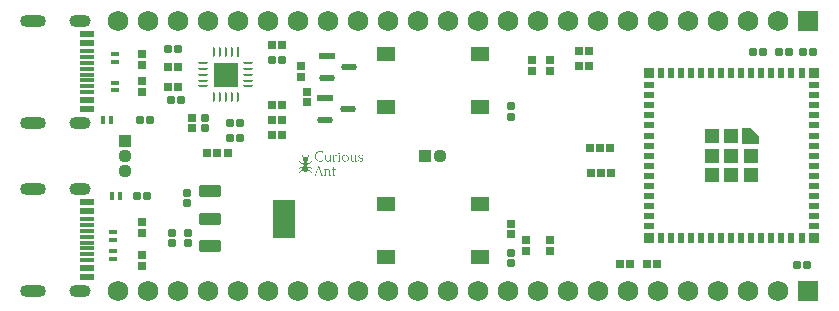
<source format=gts>
G04*
G04 #@! TF.GenerationSoftware,Altium Limited,Altium Designer,24.5.2 (23)*
G04*
G04 Layer_Color=8388736*
%FSLAX25Y25*%
%MOIN*%
G70*
G04*
G04 #@! TF.SameCoordinates,E4EE70D6-3671-4E5A-A7CB-3E81B9B691F3*
G04*
G04*
G04 #@! TF.FilePolarity,Negative*
G04*
G01*
G75*
%ADD25R,0.06102X0.05118*%
%ADD29R,0.04528X0.02362*%
G04:AMPARAMS|DCode=31|XSize=33.06mil|YSize=9.55mil|CornerRadius=4.77mil|HoleSize=0mil|Usage=FLASHONLY|Rotation=270.000|XOffset=0mil|YOffset=0mil|HoleType=Round|Shape=RoundedRectangle|*
%AMROUNDEDRECTD31*
21,1,0.03306,0.00000,0,0,270.0*
21,1,0.02351,0.00955,0,0,270.0*
1,1,0.00955,0.00000,-0.01176*
1,1,0.00955,0.00000,0.01176*
1,1,0.00955,0.00000,0.01176*
1,1,0.00955,0.00000,-0.01176*
%
%ADD31ROUNDEDRECTD31*%
G04:AMPARAMS|DCode=34|XSize=9.55mil|YSize=33.06mil|CornerRadius=4.77mil|HoleSize=0mil|Usage=FLASHONLY|Rotation=270.000|XOffset=0mil|YOffset=0mil|HoleType=Round|Shape=RoundedRectangle|*
%AMROUNDEDRECTD34*
21,1,0.00955,0.02351,0,0,270.0*
21,1,0.00000,0.03306,0,0,270.0*
1,1,0.00955,-0.01176,0.00000*
1,1,0.00955,-0.01176,0.00000*
1,1,0.00955,0.01176,0.00000*
1,1,0.00955,0.01176,0.00000*
%
%ADD34ROUNDEDRECTD34*%
%ADD35R,0.04528X0.01181*%
%ADD36R,0.00955X0.03306*%
%ADD37R,0.05343X0.02253*%
G04:AMPARAMS|DCode=38|XSize=53.43mil|YSize=22.53mil|CornerRadius=11.26mil|HoleSize=0mil|Usage=FLASHONLY|Rotation=0.000|XOffset=0mil|YOffset=0mil|HoleType=Round|Shape=RoundedRectangle|*
%AMROUNDEDRECTD38*
21,1,0.05343,0.00000,0,0,0.0*
21,1,0.03091,0.02253,0,0,0.0*
1,1,0.02253,0.01545,0.00000*
1,1,0.02253,-0.01545,0.00000*
1,1,0.02253,-0.01545,0.00000*
1,1,0.02253,0.01545,0.00000*
%
%ADD38ROUNDEDRECTD38*%
G04:AMPARAMS|DCode=39|XSize=27.62mil|YSize=25.26mil|CornerRadius=7.63mil|HoleSize=0mil|Usage=FLASHONLY|Rotation=270.000|XOffset=0mil|YOffset=0mil|HoleType=Round|Shape=RoundedRectangle|*
%AMROUNDEDRECTD39*
21,1,0.02762,0.00999,0,0,270.0*
21,1,0.01235,0.02526,0,0,270.0*
1,1,0.01527,-0.00500,-0.00618*
1,1,0.01527,-0.00500,0.00618*
1,1,0.01527,0.00500,0.00618*
1,1,0.01527,0.00500,-0.00618*
%
%ADD39ROUNDEDRECTD39*%
%ADD40R,0.02526X0.02762*%
%ADD41R,0.03550X0.03550*%
%ADD42R,0.01975X0.03550*%
%ADD43R,0.03550X0.01975*%
%ADD44R,0.05124X0.05124*%
G04:AMPARAMS|DCode=45|XSize=27.62mil|YSize=25.26mil|CornerRadius=7.63mil|HoleSize=0mil|Usage=FLASHONLY|Rotation=180.000|XOffset=0mil|YOffset=0mil|HoleType=Round|Shape=RoundedRectangle|*
%AMROUNDEDRECTD45*
21,1,0.02762,0.00999,0,0,180.0*
21,1,0.01235,0.02526,0,0,180.0*
1,1,0.01527,-0.00618,0.00500*
1,1,0.01527,0.00618,0.00500*
1,1,0.01527,0.00618,-0.00500*
1,1,0.01527,-0.00618,-0.00500*
%
%ADD45ROUNDEDRECTD45*%
%ADD46R,0.02762X0.02526*%
%ADD47R,0.01778X0.02762*%
%ADD48R,0.02762X0.01778*%
%ADD49R,0.03156X0.02762*%
%ADD50R,0.08071X0.08071*%
G04:AMPARAMS|DCode=51|XSize=39.43mil|YSize=72.9mil|CornerRadius=3.95mil|HoleSize=0mil|Usage=FLASHONLY|Rotation=90.000|XOffset=0mil|YOffset=0mil|HoleType=Round|Shape=RoundedRectangle|*
%AMROUNDEDRECTD51*
21,1,0.03943,0.06500,0,0,90.0*
21,1,0.03154,0.07290,0,0,90.0*
1,1,0.00790,0.03250,0.01577*
1,1,0.00790,0.03250,-0.01577*
1,1,0.00790,-0.03250,-0.01577*
1,1,0.00790,-0.03250,0.01577*
%
%ADD51ROUNDEDRECTD51*%
G04:AMPARAMS|DCode=52|XSize=129.98mil|YSize=72.9mil|CornerRadius=4.07mil|HoleSize=0mil|Usage=FLASHONLY|Rotation=90.000|XOffset=0mil|YOffset=0mil|HoleType=Round|Shape=RoundedRectangle|*
%AMROUNDEDRECTD52*
21,1,0.12998,0.06476,0,0,90.0*
21,1,0.12185,0.07290,0,0,90.0*
1,1,0.00813,0.03238,0.06093*
1,1,0.00813,0.03238,-0.06093*
1,1,0.00813,-0.03238,-0.06093*
1,1,0.00813,-0.03238,0.06093*
%
%ADD52ROUNDEDRECTD52*%
G04:AMPARAMS|DCode=53|XSize=39.37mil|YSize=86.61mil|CornerRadius=19.68mil|HoleSize=0mil|Usage=FLASHONLY|Rotation=270.000|XOffset=0mil|YOffset=0mil|HoleType=Round|Shape=RoundedRectangle|*
%AMROUNDEDRECTD53*
21,1,0.03937,0.04724,0,0,270.0*
21,1,0.00000,0.08661,0,0,270.0*
1,1,0.03937,-0.02362,0.00000*
1,1,0.03937,-0.02362,0.00000*
1,1,0.03937,0.02362,0.00000*
1,1,0.03937,0.02362,0.00000*
%
%ADD53ROUNDEDRECTD53*%
G04:AMPARAMS|DCode=54|XSize=39.37mil|YSize=70.87mil|CornerRadius=19.68mil|HoleSize=0mil|Usage=FLASHONLY|Rotation=270.000|XOffset=0mil|YOffset=0mil|HoleType=Round|Shape=RoundedRectangle|*
%AMROUNDEDRECTD54*
21,1,0.03937,0.03150,0,0,270.0*
21,1,0.00000,0.07087,0,0,270.0*
1,1,0.03937,-0.01575,0.00000*
1,1,0.03937,-0.01575,0.00000*
1,1,0.03937,0.01575,0.00000*
1,1,0.03937,0.01575,0.00000*
%
%ADD54ROUNDEDRECTD54*%
%ADD55R,0.06800X0.06800*%
%ADD56C,0.06800*%
%ADD57R,0.04400X0.04400*%
%ADD58C,0.04400*%
%ADD59R,0.04400X0.04400*%
G36*
X248756Y56693D02*
Y53740D01*
X243244D01*
Y59252D01*
X246197D01*
X248756Y56693D01*
D02*
G37*
G36*
X102594Y51518D02*
X102738Y51515D01*
X102747Y51512D01*
X102773Y51508D01*
X102814Y51503D01*
X102843Y51499D01*
X102855Y51496D01*
X102872Y51491D01*
X102893Y51488D01*
X102913Y51483D01*
X102939Y51476D01*
X102961Y51473D01*
X102973Y51470D01*
X103003Y51460D01*
X103025Y51457D01*
X103042Y51453D01*
X103061Y51445D01*
X103087Y51441D01*
X103107Y51433D01*
X103119Y51430D01*
X103142Y51425D01*
X103159Y51418D01*
X103171Y51415D01*
X103190Y51412D01*
X103211Y51402D01*
X103232Y51399D01*
X103249Y51395D01*
X103275Y51387D01*
X103315Y51384D01*
X103327Y51381D01*
X103357Y51378D01*
X103379Y51375D01*
X103397Y51372D01*
X103402Y51367D01*
X103399Y50800D01*
X103382Y50795D01*
X103354Y50798D01*
X103350Y50803D01*
X103341Y50833D01*
X103338Y50855D01*
X103327Y50884D01*
X103321Y50908D01*
X103313Y50922D01*
X103310Y50934D01*
X103302Y50954D01*
X103298Y50958D01*
X103295Y50971D01*
X103286Y50986D01*
X103270Y51013D01*
X103258Y51035D01*
X103252Y51041D01*
X103249Y51047D01*
X103240Y51056D01*
X103231Y51071D01*
X103221Y51081D01*
X103218Y51087D01*
X103194Y51111D01*
X103191Y51117D01*
X103186Y51122D01*
X103180Y51125D01*
X103176Y51129D01*
X103174Y51134D01*
X103168Y51137D01*
X103141Y51164D01*
X103135Y51168D01*
X103128Y51174D01*
X103122Y51177D01*
X103105Y51187D01*
X103104Y51192D01*
X103061Y51216D01*
X103055Y51222D01*
X103043Y51226D01*
X103025Y51238D01*
X103013Y51241D01*
X102994Y51253D01*
X102976Y51256D01*
X102961Y51265D01*
X102948Y51268D01*
X102909Y51284D01*
X102887Y51287D01*
X102866Y51296D01*
X102845Y51299D01*
X102825Y51303D01*
X102811Y51308D01*
X102799Y51311D01*
X102758Y51315D01*
X102727Y51322D01*
X102686Y51326D01*
X102593Y51331D01*
X102515Y51332D01*
X102506Y51329D01*
X102359Y51326D01*
X102350Y51323D01*
X102321Y51319D01*
X102303Y51315D01*
X102248Y51309D01*
X102224Y51303D01*
X102208Y51300D01*
X102169Y51294D01*
X102134Y51284D01*
X102109Y51280D01*
X102088Y51271D01*
X102076Y51268D01*
X102057Y51265D01*
X102036Y51256D01*
X102024Y51253D01*
X101996Y51241D01*
X101976Y51236D01*
X101944Y51222D01*
X101917Y51210D01*
X101901Y51204D01*
X101837Y51171D01*
X101822Y51164D01*
X101816Y51161D01*
X101798Y51149D01*
X101789Y51146D01*
X101779Y51137D01*
X101767Y51134D01*
X101761Y51128D01*
X101755Y51125D01*
X101734Y51113D01*
X101712Y51097D01*
X101691Y51085D01*
X101685Y51079D01*
X101670Y51070D01*
X101663Y51064D01*
X101648Y51055D01*
X101642Y51048D01*
X101627Y51039D01*
X101621Y51033D01*
X101615Y51030D01*
X101605Y51021D01*
X101599Y51018D01*
X101587Y51006D01*
X101581Y51003D01*
X101572Y50994D01*
X101566Y50990D01*
X101560Y50984D01*
X101555Y50983D01*
X101552Y50977D01*
X101541Y50969D01*
X101529Y50957D01*
X101525Y50955D01*
X101522Y50949D01*
X101511Y50942D01*
X101448Y50879D01*
X101445Y50873D01*
X101421Y50849D01*
X101418Y50842D01*
X101406Y50830D01*
X101402Y50824D01*
X101390Y50812D01*
X101387Y50806D01*
X101378Y50797D01*
X101375Y50791D01*
X101363Y50778D01*
X101354Y50763D01*
X101348Y50757D01*
X101338Y50742D01*
X101332Y50736D01*
X101329Y50730D01*
X101320Y50720D01*
X101308Y50699D01*
X101293Y50678D01*
X101280Y50656D01*
X101274Y50650D01*
X101271Y50638D01*
X101262Y50629D01*
X101247Y50601D01*
X101219Y50550D01*
X101201Y50510D01*
X101171Y50443D01*
X101168Y50430D01*
X101158Y50415D01*
X101154Y50398D01*
X101148Y50383D01*
X101143Y50369D01*
X101140Y50357D01*
X101128Y50330D01*
X101123Y50307D01*
X101116Y50290D01*
X101112Y50278D01*
X101108Y50258D01*
X101102Y50243D01*
X101099Y50230D01*
X101096Y50212D01*
X101093Y50200D01*
X101088Y50186D01*
X101085Y50174D01*
X101082Y50153D01*
X101079Y50141D01*
X101073Y50119D01*
X101070Y50107D01*
X101065Y50069D01*
X101062Y50054D01*
X101059Y50041D01*
X101056Y50023D01*
X101053Y49992D01*
X101050Y49956D01*
X101042Y49893D01*
X101039Y49817D01*
X101042Y49674D01*
X101045Y49664D01*
X101050Y49623D01*
X101053Y49593D01*
X101056Y49556D01*
X101059Y49541D01*
X101064Y49524D01*
X101067Y49503D01*
X101073Y49463D01*
X101079Y49448D01*
X101082Y49426D01*
X101085Y49414D01*
X101090Y49397D01*
X101094Y49384D01*
X101097Y49371D01*
X101100Y49353D01*
X101110Y49332D01*
X101114Y49312D01*
X101120Y49297D01*
X101125Y49283D01*
X101131Y49258D01*
X101140Y49237D01*
X101148Y49217D01*
X101155Y49200D01*
X101160Y49184D01*
X101171Y49164D01*
X101174Y49152D01*
X101186Y49124D01*
X101216Y49060D01*
X101219Y49054D01*
X101228Y49039D01*
X101253Y48993D01*
X101265Y48972D01*
X101280Y48944D01*
X101286Y48938D01*
X101311Y48895D01*
X101317Y48889D01*
X101326Y48874D01*
X101346Y48845D01*
X101354Y48834D01*
X101360Y48828D01*
X101369Y48813D01*
X101375Y48807D01*
X101384Y48792D01*
X101390Y48785D01*
X101393Y48779D01*
X101406Y48767D01*
X101409Y48761D01*
X101418Y48752D01*
X101421Y48746D01*
X101435Y48729D01*
X101441Y48720D01*
X101445Y48718D01*
X101448Y48712D01*
X101463Y48697D01*
X101467Y48691D01*
X101471Y48686D01*
X101476Y48685D01*
X101479Y48678D01*
X101506Y48651D01*
X101509Y48645D01*
X101557Y48598D01*
X101563Y48595D01*
X101602Y48555D01*
X101609Y48552D01*
X101630Y48531D01*
X101636Y48527D01*
X101648Y48515D01*
X101654Y48512D01*
X101666Y48500D01*
X101673Y48497D01*
X101700Y48476D01*
X101702Y48474D01*
X101706Y48469D01*
X101712Y48466D01*
X101721Y48457D01*
X101737Y48448D01*
X101743Y48442D01*
X101758Y48433D01*
X101764Y48427D01*
X101779Y48418D01*
X101801Y48405D01*
X101807Y48399D01*
X101822Y48390D01*
X101844Y48378D01*
X101850Y48372D01*
X101877Y48357D01*
X101899Y48344D01*
X101926Y48329D01*
X101941Y48323D01*
X101947Y48320D01*
X101953Y48314D01*
X101969Y48308D01*
X102002Y48292D01*
X102008Y48289D01*
X102036Y48277D01*
X102042Y48274D01*
X102048Y48268D01*
X102068Y48263D01*
X102100Y48250D01*
X102112Y48247D01*
X102134Y48237D01*
X102146Y48234D01*
X102165Y48227D01*
X102179Y48222D01*
X102199Y48218D01*
X102219Y48210D01*
X102231Y48207D01*
X102257Y48202D01*
X102272Y48196D01*
X102288Y48193D01*
X102312Y48190D01*
X102327Y48187D01*
X102344Y48183D01*
X102356Y48180D01*
X102396Y48177D01*
X102443Y48169D01*
X102471Y48166D01*
X102535Y48163D01*
X102646Y48161D01*
X102655Y48164D01*
X102713Y48167D01*
X102723Y48170D01*
X102765Y48177D01*
X102813Y48181D01*
X102825Y48184D01*
X102841Y48189D01*
X102886Y48196D01*
X102901Y48202D01*
X102913Y48206D01*
X102932Y48208D01*
X102947Y48215D01*
X102967Y48222D01*
X102982Y48225D01*
X103003Y48234D01*
X103023Y48242D01*
X103028Y48247D01*
X103040Y48250D01*
X103116Y48289D01*
X103138Y48302D01*
X103167Y48321D01*
X103183Y48332D01*
X103221Y48361D01*
X103229Y48369D01*
X103235Y48372D01*
X103247Y48384D01*
X103252Y48386D01*
X103255Y48392D01*
X103273Y48407D01*
X103325Y48459D01*
X103328Y48465D01*
X103341Y48477D01*
X103344Y48483D01*
X103353Y48492D01*
X103356Y48498D01*
X103362Y48505D01*
X103365Y48511D01*
X103386Y48544D01*
X103389Y48550D01*
X103395Y48557D01*
X103402Y48572D01*
X103411Y48587D01*
X103429Y48627D01*
X103441Y48654D01*
X103444Y48666D01*
X103454Y48682D01*
X103458Y48701D01*
X103463Y48712D01*
X103467Y48717D01*
X103479Y48720D01*
X103513Y48717D01*
X103518Y48712D01*
X103515Y48147D01*
X103507Y48140D01*
X103449Y48137D01*
X103440Y48134D01*
X103397Y48131D01*
X103388Y48128D01*
X103366Y48122D01*
X103354Y48118D01*
X103330Y48115D01*
X103315Y48109D01*
X103290Y48103D01*
X103266Y48100D01*
X103244Y48091D01*
X103215Y48086D01*
X103180Y48076D01*
X103154Y48071D01*
X103128Y48063D01*
X103116Y48061D01*
X103093Y48056D01*
X103067Y48048D01*
X103055Y48045D01*
X103031Y48042D01*
X103015Y48036D01*
X103003Y48033D01*
X102982Y48030D01*
X102959Y48025D01*
X102942Y48021D01*
X102930Y48018D01*
X102886Y48010D01*
X102869Y48006D01*
X102857Y48002D01*
X102816Y47998D01*
X102800Y47995D01*
X102788Y47992D01*
X102747Y47987D01*
X102697Y47983D01*
X102636Y47976D01*
X102553Y47973D01*
X102478Y47972D01*
X102469Y47975D01*
X102356Y47978D01*
X102347Y47981D01*
X102281Y47986D01*
X102242Y47989D01*
X102217Y47992D01*
X102202Y47995D01*
X102184Y47998D01*
X102143Y48002D01*
X102108Y48010D01*
X102092Y48013D01*
X102056Y48019D01*
X102030Y48027D01*
X102017Y48030D01*
X101988Y48035D01*
X101969Y48042D01*
X101956Y48045D01*
X101938Y48048D01*
X101917Y48057D01*
X101891Y48062D01*
X101865Y48073D01*
X101853Y48076D01*
X101825Y48088D01*
X101807Y48091D01*
X101792Y48100D01*
X101779Y48103D01*
X101746Y48118D01*
X101734Y48122D01*
X101727Y48128D01*
X101699Y48138D01*
X101694Y48143D01*
X101679Y48149D01*
X101645Y48164D01*
X101639Y48167D01*
X101633Y48173D01*
X101613Y48181D01*
X101593Y48192D01*
X101587Y48195D01*
X101569Y48207D01*
X101557Y48210D01*
X101548Y48219D01*
X101483Y48256D01*
X101477Y48262D01*
X101456Y48274D01*
X101435Y48289D01*
X101401Y48311D01*
X101395Y48314D01*
X101386Y48323D01*
X101380Y48326D01*
X101367Y48338D01*
X101352Y48347D01*
X101346Y48353D01*
X101335Y48358D01*
X101332Y48364D01*
X101322Y48372D01*
X101312Y48381D01*
X101306Y48384D01*
X101294Y48396D01*
X101288Y48399D01*
X101276Y48412D01*
X101270Y48414D01*
X101258Y48427D01*
X101251Y48430D01*
X101224Y48457D01*
X101218Y48460D01*
X101212Y48469D01*
X101206Y48472D01*
X101171Y48508D01*
X101168Y48514D01*
X101158Y48520D01*
X101155Y48526D01*
X101128Y48553D01*
X101125Y48559D01*
X101112Y48572D01*
X101110Y48578D01*
X101094Y48593D01*
X101091Y48599D01*
X101079Y48611D01*
X101076Y48618D01*
X101067Y48627D01*
X101064Y48633D01*
X101055Y48642D01*
X101051Y48648D01*
X101042Y48657D01*
X101039Y48663D01*
X101025Y48680D01*
X101018Y48691D01*
X101006Y48709D01*
X101003Y48715D01*
X100994Y48724D01*
X100989Y48735D01*
X100984Y48737D01*
X100960Y48779D01*
X100951Y48788D01*
X100948Y48801D01*
X100939Y48810D01*
X100926Y48831D01*
X100911Y48859D01*
X100899Y48880D01*
X100890Y48901D01*
X100887Y48907D01*
X100881Y48913D01*
X100873Y48933D01*
X100862Y48953D01*
X100859Y48965D01*
X100853Y48972D01*
X100847Y48987D01*
X100844Y48999D01*
X100838Y49005D01*
X100827Y49034D01*
X100823Y49039D01*
X100818Y49058D01*
X100812Y49074D01*
X100807Y49078D01*
X100803Y49098D01*
X100798Y49109D01*
X100792Y49124D01*
X100786Y49149D01*
X100777Y49170D01*
X100771Y49194D01*
X100761Y49216D01*
X100757Y49239D01*
X100751Y49254D01*
X100746Y49271D01*
X100742Y49297D01*
X100734Y49323D01*
X100731Y49335D01*
X100728Y49359D01*
X100725Y49368D01*
X100719Y49390D01*
X100716Y49420D01*
X100713Y49432D01*
X100708Y49452D01*
X100705Y49468D01*
X100702Y49492D01*
X100699Y49529D01*
X100693Y49568D01*
X100690Y49596D01*
X100687Y49669D01*
X100685Y49811D01*
X100688Y49820D01*
X100691Y49915D01*
X100694Y49924D01*
X100698Y49945D01*
X100700Y49976D01*
X100705Y50017D01*
X100708Y50032D01*
X100711Y50044D01*
X100714Y50063D01*
X100717Y50087D01*
X100720Y50102D01*
X100723Y50115D01*
X100728Y50131D01*
X100731Y50153D01*
X100736Y50173D01*
X100742Y50188D01*
X100745Y50203D01*
X100748Y50221D01*
X100754Y50237D01*
X100759Y50253D01*
X100761Y50266D01*
X100766Y50282D01*
X100774Y50302D01*
X100778Y50325D01*
X100789Y50351D01*
X100794Y50368D01*
X100801Y50385D01*
X100804Y50397D01*
X100810Y50412D01*
X100820Y50433D01*
X100824Y50450D01*
X100829Y50455D01*
X100839Y50484D01*
X100844Y50488D01*
X100847Y50501D01*
X100862Y50534D01*
X100887Y50580D01*
X100893Y50595D01*
X100902Y50611D01*
X100917Y50638D01*
X100942Y50681D01*
X100948Y50687D01*
X100972Y50730D01*
X100978Y50736D01*
X100987Y50751D01*
X101003Y50772D01*
X101024Y50803D01*
X101027Y50809D01*
X101036Y50818D01*
X101039Y50824D01*
X101051Y50836D01*
X101061Y50852D01*
X101067Y50858D01*
X101070Y50864D01*
X101082Y50876D01*
X101085Y50882D01*
X101097Y50894D01*
X101100Y50901D01*
X101125Y50925D01*
X101128Y50931D01*
X101143Y50946D01*
X101146Y50952D01*
X101204Y51010D01*
X101206Y51015D01*
X101212Y51018D01*
X101236Y51042D01*
X101242Y51045D01*
X101261Y51064D01*
X101267Y51067D01*
X101282Y51082D01*
X101286Y51084D01*
X101290Y51090D01*
X101300Y51097D01*
X101309Y51107D01*
X101315Y51109D01*
X101325Y51119D01*
X101331Y51122D01*
X101337Y51128D01*
X101343Y51131D01*
X101349Y51137D01*
X101355Y51140D01*
X101364Y51149D01*
X101380Y51158D01*
X101386Y51164D01*
X101401Y51174D01*
X101407Y51180D01*
X101422Y51189D01*
X101428Y51195D01*
X101444Y51204D01*
X101477Y51226D01*
X101483Y51228D01*
X101493Y51238D01*
X101505Y51241D01*
X101514Y51250D01*
X101529Y51256D01*
X101548Y51268D01*
X101563Y51277D01*
X101590Y51293D01*
X101605Y51299D01*
X101611Y51302D01*
X101618Y51308D01*
X101637Y51315D01*
X101648Y51323D01*
X101657Y51326D01*
X101691Y51341D01*
X101749Y51369D01*
X101769Y51377D01*
X101786Y51384D01*
X101798Y51387D01*
X101825Y51399D01*
X101837Y51402D01*
X101865Y51415D01*
X101883Y51418D01*
X101904Y51427D01*
X101929Y51433D01*
X101944Y51439D01*
X101969Y51445D01*
X101987Y51448D01*
X102008Y51457D01*
X102037Y51462D01*
X102063Y51470D01*
X102076Y51473D01*
X102106Y51476D01*
X102121Y51482D01*
X102134Y51485D01*
X102173Y51488D01*
X102185Y51491D01*
X102208Y51496D01*
X102220Y51499D01*
X102248Y51502D01*
X102291Y51505D01*
X102315Y51508D01*
X102333Y51511D01*
X102364Y51514D01*
X102422Y51517D01*
X102568Y51520D01*
X102585Y51522D01*
X102594Y51518D01*
D02*
G37*
G36*
X108848Y51027D02*
X108869Y51021D01*
X108897Y51015D01*
X108903Y51009D01*
X108923Y51001D01*
X108955Y50978D01*
X108972Y50964D01*
X108996Y50940D01*
X108999Y50934D01*
X109008Y50925D01*
X109017Y50910D01*
X109033Y50882D01*
X109039Y50867D01*
X109042Y50849D01*
X109048Y50833D01*
X109051Y50821D01*
X109053Y50777D01*
X109048Y50720D01*
X109039Y50699D01*
X109034Y50682D01*
X109020Y50659D01*
X109017Y50653D01*
X109011Y50647D01*
X109008Y50641D01*
X108994Y50624D01*
X108990Y50620D01*
X108987Y50613D01*
X108976Y50606D01*
X108964Y50594D01*
X108953Y50589D01*
X108952Y50585D01*
X108946Y50582D01*
X108930Y50572D01*
X108909Y50563D01*
X108903Y50560D01*
X108882Y50551D01*
X108856Y50546D01*
X108840Y50543D01*
X108822Y50540D01*
X108784Y50539D01*
X108775Y50542D01*
X108750Y50545D01*
X108741Y50548D01*
X108709Y50556D01*
X108705Y50560D01*
X108676Y50571D01*
X108668Y50578D01*
X108653Y50588D01*
X108647Y50594D01*
X108641Y50597D01*
X108625Y50612D01*
X108619Y50615D01*
X108612Y50626D01*
X108602Y50635D01*
X108599Y50641D01*
X108584Y50662D01*
X108581Y50675D01*
X108569Y50702D01*
X108564Y50722D01*
X108561Y50734D01*
X108558Y50749D01*
X108557Y50812D01*
X108560Y50821D01*
X108564Y50838D01*
X108567Y50850D01*
X108570Y50865D01*
X108576Y50881D01*
X108581Y50885D01*
X108586Y50902D01*
X108608Y50934D01*
X108622Y50951D01*
X108650Y50978D01*
X108656Y50981D01*
X108665Y50990D01*
X108680Y51000D01*
X108697Y51007D01*
X108698Y51009D01*
X108720Y51018D01*
X108752Y51026D01*
X108764Y51029D01*
X108839Y51030D01*
X108848Y51027D01*
D02*
G37*
G36*
X107803Y50250D02*
X107818Y50247D01*
X107859Y50243D01*
X107871Y50240D01*
X107905Y50230D01*
X107917Y50227D01*
X107939Y50224D01*
X107960Y50215D01*
X107986Y50211D01*
X108003Y50203D01*
X108027Y50197D01*
X108048Y50188D01*
X108070Y50182D01*
X108076Y50179D01*
X108097Y50169D01*
X108113Y50163D01*
X108119Y50157D01*
X108125Y50154D01*
X108126Y50141D01*
X108117Y50131D01*
X108109Y50112D01*
X108105Y50107D01*
X108099Y50092D01*
X108083Y50058D01*
X108080Y50052D01*
X108074Y50046D01*
X108065Y50021D01*
X108059Y50015D01*
X108056Y50003D01*
X108047Y49988D01*
X108041Y49973D01*
X108032Y49957D01*
X108026Y49942D01*
X107983Y49854D01*
X107980Y49847D01*
X107975Y49843D01*
X107969Y49846D01*
X107955Y49860D01*
X107946Y49875D01*
X107932Y49892D01*
X107928Y49896D01*
X107925Y49902D01*
X107890Y49937D01*
X107884Y49941D01*
X107874Y49950D01*
X107859Y49959D01*
X107844Y49965D01*
X107824Y49973D01*
X107810Y49977D01*
X107798Y49980D01*
X107774Y49983D01*
X107765Y49986D01*
X107752Y49989D01*
X107703Y49992D01*
X107636Y49989D01*
X107621Y49983D01*
X107609Y49980D01*
X107586Y49976D01*
X107560Y49965D01*
X107527Y49950D01*
X107481Y49925D01*
X107459Y49913D01*
X107453Y49907D01*
X107432Y49895D01*
X107389Y49864D01*
X107374Y49855D01*
X107368Y49849D01*
X107362Y49846D01*
X107350Y49834D01*
X107343Y49831D01*
X107336Y49826D01*
X107334Y49821D01*
X107328Y49819D01*
X107311Y49805D01*
X107301Y49797D01*
X107291Y49788D01*
X107285Y49785D01*
X107273Y49773D01*
X107267Y49770D01*
X107261Y49760D01*
X107255Y49757D01*
X107224Y49727D01*
X107220Y49725D01*
X107217Y49719D01*
X107211Y49704D01*
X107214Y48312D01*
X107217Y48303D01*
X107220Y48291D01*
X107223Y48260D01*
X107232Y48239D01*
X107235Y48227D01*
X107243Y48207D01*
X107247Y48202D01*
X107250Y48190D01*
X107259Y48175D01*
X107272Y48154D01*
X107278Y48147D01*
X107287Y48132D01*
X107293Y48126D01*
X107296Y48120D01*
X107322Y48094D01*
X107337Y48088D01*
X107359Y48079D01*
X107375Y48074D01*
X107378Y48065D01*
X107375Y48031D01*
X107371Y48027D01*
X106705Y48030D01*
X106698Y48038D01*
X106701Y48071D01*
X106705Y48076D01*
X106735Y48086D01*
X106750Y48092D01*
X106760Y48103D01*
X106766Y48106D01*
X106783Y48123D01*
X106786Y48129D01*
X106799Y48141D01*
X106802Y48147D01*
X106808Y48154D01*
X106820Y48175D01*
X106826Y48190D01*
X106841Y48224D01*
X106849Y48244D01*
X106853Y48260D01*
X106857Y48282D01*
X106861Y48302D01*
X106864Y48314D01*
X106867Y48350D01*
X106869Y49820D01*
X106866Y49829D01*
X106863Y49860D01*
X106857Y49875D01*
X106852Y49898D01*
X106831Y49941D01*
X106815Y49965D01*
X106808Y49976D01*
X106799Y49985D01*
X106796Y49991D01*
X106779Y50008D01*
X106773Y50011D01*
X106760Y50023D01*
X106702Y50050D01*
X106690Y50054D01*
X106683Y50061D01*
X106686Y50092D01*
X106690Y50096D01*
X106718Y50108D01*
X106750Y50116D01*
X106765Y50122D01*
X106777Y50125D01*
X106788Y50127D01*
X106791D01*
X106812Y50136D01*
X106825Y50139D01*
X106844Y50143D01*
X106860Y50150D01*
X106876Y50154D01*
X106899Y50159D01*
X106916Y50166D01*
X106928Y50169D01*
X106948Y50174D01*
X106965Y50182D01*
X106997Y50189D01*
X107017Y50197D01*
X107049Y50205D01*
X107066Y50212D01*
X107092Y50217D01*
X107107Y50223D01*
X107124Y50227D01*
X107143Y50232D01*
X107160Y50240D01*
X107188Y50246D01*
X107197Y50249D01*
X107208Y50247D01*
X107211Y50235D01*
X107209Y49956D01*
X107218Y49953D01*
X107227Y49962D01*
X107234Y49965D01*
X107264Y50002D01*
X107278Y50015D01*
X107281Y50021D01*
X107343Y50084D01*
X107350Y50087D01*
X107356Y50096D01*
X107362Y50099D01*
X107374Y50112D01*
X107380Y50115D01*
X107389Y50124D01*
X107395Y50127D01*
X107404Y50136D01*
X107411Y50139D01*
X107427Y50153D01*
X107452Y50168D01*
X107462Y50173D01*
X107481Y50185D01*
X107490Y50188D01*
X107505Y50197D01*
X107525Y50205D01*
X107529Y50209D01*
X107551Y50215D01*
X107578Y50227D01*
X107598Y50232D01*
X107618Y50240D01*
X107639Y50243D01*
X107670Y50246D01*
X107682Y50249D01*
X107703Y50252D01*
X107752Y50255D01*
X107803Y50250D01*
D02*
G37*
G36*
X116106Y50252D02*
X116167Y50249D01*
X116176Y50246D01*
X116242Y50241D01*
X116275Y50235D01*
X116288Y50232D01*
X116303Y50229D01*
X116321Y50226D01*
X116333Y50223D01*
X116353Y50215D01*
X116373Y50211D01*
X116390Y50203D01*
X116414Y50197D01*
X116442Y50185D01*
X116457Y50182D01*
X116472Y50173D01*
X116484Y50169D01*
X116551Y50139D01*
X116558Y50136D01*
X116564Y50130D01*
X116576Y50127D01*
X116616Y50112D01*
X116641Y50107D01*
X116666Y50101D01*
X116700Y50098D01*
X116724Y50095D01*
X116727Y50086D01*
X116724Y49735D01*
X116710Y49730D01*
X116689Y49733D01*
X116672Y49750D01*
X116666Y49765D01*
X116657Y49774D01*
X116648Y49790D01*
X116641Y49796D01*
X116632Y49811D01*
X116626Y49817D01*
X116623Y49823D01*
X116611Y49835D01*
X116608Y49841D01*
X116558Y49892D01*
X116551Y49895D01*
X116539Y49907D01*
X116533Y49910D01*
X116524Y49919D01*
X116509Y49928D01*
X116503Y49935D01*
X116487Y49944D01*
X116466Y49956D01*
X116460Y49962D01*
X116445Y49968D01*
X116429Y49977D01*
X116414Y49983D01*
X116408Y49989D01*
X116379Y50000D01*
X116375Y50005D01*
X116358Y50009D01*
X116342Y50015D01*
X116338Y50020D01*
X116310Y50026D01*
X116289Y50035D01*
X116277Y50038D01*
X116260Y50043D01*
X116243Y50050D01*
X116214Y50055D01*
X116202Y50058D01*
X116185Y50063D01*
X116173Y50066D01*
X116132Y50070D01*
X116113Y50073D01*
X116098Y50076D01*
X116068Y50079D01*
X115935Y50081D01*
X115926Y50078D01*
X115891Y50073D01*
X115875Y50070D01*
X115857Y50067D01*
X115833Y50064D01*
X115808Y50055D01*
X115793Y50052D01*
X115781Y50049D01*
X115770Y50044D01*
X115755Y50038D01*
X115735Y50031D01*
X115731Y50026D01*
X115718Y50023D01*
X115679Y50002D01*
X115673Y49995D01*
X115657Y49989D01*
X115648Y49980D01*
X115633Y49971D01*
X115627Y49965D01*
X115621Y49962D01*
X115570Y49912D01*
X115567Y49905D01*
X115561Y49899D01*
X115549Y49878D01*
X115534Y49850D01*
X115527Y49835D01*
X115523Y49819D01*
X115515Y49802D01*
X115512Y49780D01*
X115506Y49728D01*
X115511Y49681D01*
X115517Y49648D01*
X115527Y49622D01*
X115540Y49600D01*
X115549Y49585D01*
X115555Y49579D01*
X115558Y49573D01*
X115570Y49561D01*
X115573Y49554D01*
X115590Y49538D01*
X115596Y49535D01*
X115621Y49510D01*
X115631Y49506D01*
X115634Y49499D01*
X115683Y49469D01*
X115698Y49463D01*
X115718Y49452D01*
X115813Y49406D01*
X115825Y49403D01*
X115840Y49394D01*
X115857Y49390D01*
X115877Y49379D01*
X115894Y49374D01*
X115920Y49364D01*
X115937Y49359D01*
X115941Y49355D01*
X115962Y49349D01*
X115975Y49345D01*
X116002Y49333D01*
X116017Y49330D01*
X116039Y49321D01*
X116059Y49316D01*
X116074Y49310D01*
X116088Y49306D01*
X116104Y49301D01*
X116120Y49295D01*
X116136Y49290D01*
X116149Y49287D01*
X116170Y49278D01*
X116194Y49272D01*
X116216Y49263D01*
X116240Y49257D01*
X116262Y49248D01*
X116278Y49243D01*
X116295Y49235D01*
X116307Y49233D01*
X116327Y49225D01*
X116332Y49220D01*
X116364Y49213D01*
X116368Y49208D01*
X116390Y49202D01*
X116402Y49199D01*
X116417Y49190D01*
X116434Y49185D01*
X116460Y49174D01*
X116475Y49168D01*
X116481Y49162D01*
X116493Y49159D01*
X116533Y49141D01*
X116539Y49138D01*
X116545Y49132D01*
X116565Y49124D01*
X116573Y49117D01*
X116585Y49114D01*
X116603Y49101D01*
X116619Y49092D01*
X116640Y49080D01*
X116649Y49071D01*
X116658Y49068D01*
X116686Y49046D01*
X116707Y49031D01*
X116724Y49017D01*
X116735Y49010D01*
X116750Y48994D01*
X116756Y48991D01*
X116788Y48959D01*
X116791Y48953D01*
X116815Y48929D01*
X116825Y48913D01*
X116831Y48907D01*
X116834Y48901D01*
X116846Y48889D01*
X116855Y48874D01*
X116867Y48853D01*
X116874Y48846D01*
X116881Y48827D01*
X116886Y48822D01*
X116892Y48801D01*
X116904Y48773D01*
X116909Y48747D01*
X116915Y48732D01*
X116918Y48714D01*
X116921Y48680D01*
X116922Y48572D01*
X116919Y48562D01*
X116916Y48517D01*
X116910Y48502D01*
X116904Y48477D01*
X116899Y48460D01*
X116892Y48443D01*
X116889Y48431D01*
X116886Y48425D01*
X116876Y48410D01*
X116870Y48395D01*
X116864Y48389D01*
X116857Y48369D01*
X116849Y48361D01*
X116837Y48340D01*
X116822Y48318D01*
X116793Y48280D01*
X116785Y48273D01*
X116782Y48267D01*
X116776Y48263D01*
X116773Y48257D01*
X116750Y48234D01*
X116744Y48231D01*
X116738Y48222D01*
X116732Y48219D01*
X116727Y48215D01*
X116726Y48210D01*
X116719Y48207D01*
X116703Y48193D01*
X116692Y48186D01*
X116683Y48177D01*
X116677Y48173D01*
X116667Y48164D01*
X116652Y48155D01*
X116631Y48143D01*
X116622Y48134D01*
X116576Y48109D01*
X116549Y48094D01*
X116533Y48088D01*
X116500Y48073D01*
X116472Y48061D01*
X116432Y48045D01*
X116416Y48041D01*
X116399Y48033D01*
X116387Y48030D01*
X116364Y48025D01*
X116344Y48018D01*
X116323Y48015D01*
X116274Y48002D01*
X116236Y47998D01*
X116199Y47992D01*
X116172Y47989D01*
X116086Y47986D01*
X116030Y47984D01*
X116020Y47987D01*
X115914Y47990D01*
X115904Y47993D01*
X115875Y47998D01*
X115848Y48001D01*
X115824Y48004D01*
X115811Y48007D01*
X115785Y48015D01*
X115762Y48019D01*
X115747Y48025D01*
X115731Y48030D01*
X115718Y48033D01*
X115712Y48036D01*
X115691Y48045D01*
X115675Y48051D01*
X115654Y48061D01*
X115621Y48076D01*
X115614Y48079D01*
X115599Y48088D01*
X115579Y48096D01*
X115575Y48100D01*
X115555Y48108D01*
X115547Y48115D01*
X115527Y48123D01*
X115523Y48128D01*
X115508Y48134D01*
X115502Y48137D01*
X115492Y48146D01*
X115480Y48149D01*
X115471Y48158D01*
X115444Y48173D01*
X115401Y48198D01*
X115395Y48204D01*
X115383Y48207D01*
X115364Y48219D01*
X115349Y48225D01*
X115343Y48231D01*
X115319Y48241D01*
X115297Y48250D01*
X115280Y48254D01*
X115254Y48262D01*
X115224Y48265D01*
X115206Y48268D01*
X115204Y48654D01*
X115212Y48662D01*
X115254Y48659D01*
X115259Y48654D01*
X115265Y48630D01*
X115280Y48596D01*
X115283Y48590D01*
X115289Y48584D01*
X115302Y48562D01*
X115317Y48541D01*
X115323Y48535D01*
X115326Y48529D01*
X115335Y48520D01*
X115338Y48514D01*
X115344Y48508D01*
X115346Y48503D01*
X115350Y48502D01*
X115354Y48495D01*
X115384Y48465D01*
X115387Y48459D01*
X115398Y48451D01*
X115425Y48424D01*
X115431Y48421D01*
X115440Y48412D01*
X115447Y48408D01*
X115459Y48396D01*
X115465Y48393D01*
X115477Y48381D01*
X115483Y48378D01*
X115492Y48369D01*
X115508Y48360D01*
X115514Y48353D01*
X115529Y48344D01*
X115535Y48338D01*
X115544Y48335D01*
X115550Y48329D01*
X115557Y48326D01*
X115572Y48317D01*
X115578Y48311D01*
X115593Y48305D01*
X115599Y48299D01*
X115619Y48291D01*
X115627Y48283D01*
X115647Y48276D01*
X115651Y48271D01*
X115666Y48265D01*
X115734Y48234D01*
X115761Y48222D01*
X115778Y48218D01*
X115795Y48210D01*
X115819Y48204D01*
X115834Y48198D01*
X115859Y48192D01*
X115883Y48189D01*
X115898Y48183D01*
X115929Y48180D01*
X115941Y48177D01*
X116063Y48173D01*
X116103Y48177D01*
X116152Y48180D01*
X116161Y48183D01*
X116181Y48187D01*
X116196Y48190D01*
X116220Y48193D01*
X116233Y48196D01*
X116259Y48204D01*
X116271Y48207D01*
X116288Y48212D01*
X116292Y48216D01*
X116309Y48221D01*
X116321Y48224D01*
X116341Y48234D01*
X116353Y48237D01*
X116371Y48250D01*
X116384Y48253D01*
X116393Y48262D01*
X116408Y48268D01*
X116414Y48274D01*
X116420Y48277D01*
X116442Y48292D01*
X116458Y48306D01*
X116477Y48321D01*
X116481Y48326D01*
X116487Y48329D01*
X116507Y48349D01*
X116510Y48355D01*
X116523Y48367D01*
X116526Y48373D01*
X116538Y48386D01*
X116541Y48395D01*
X116547Y48401D01*
X116550Y48407D01*
X116568Y48447D01*
X116573Y48463D01*
X116577Y48477D01*
X116580Y48489D01*
X116584Y48520D01*
X116580Y48611D01*
X116574Y48627D01*
X116568Y48648D01*
X116562Y48663D01*
X116547Y48691D01*
X116541Y48697D01*
X116529Y48718D01*
X116515Y48735D01*
X116507Y48743D01*
X116504Y48749D01*
X116495Y48755D01*
X116492Y48761D01*
X116487Y48766D01*
X116483Y48767D01*
X116480Y48773D01*
X116475Y48778D01*
X116469Y48781D01*
X116445Y48805D01*
X116439Y48808D01*
X116417Y48823D01*
X116411Y48827D01*
X116402Y48836D01*
X116387Y48845D01*
X116365Y48857D01*
X116338Y48872D01*
X116332Y48878D01*
X116315Y48883D01*
X116307Y48891D01*
X116283Y48900D01*
X116255Y48912D01*
X116249Y48915D01*
X116228Y48924D01*
X116208Y48932D01*
X116204Y48936D01*
X116184Y48941D01*
X116173Y48946D01*
X116158Y48952D01*
X116146Y48955D01*
X116118Y48967D01*
X116095Y48972D01*
X116082Y48979D01*
X116057Y48985D01*
X116036Y48994D01*
X116024Y48998D01*
X116007Y49002D01*
X116002Y49007D01*
X115978Y49013D01*
X115961Y49017D01*
X115944Y49025D01*
X115917Y49031D01*
X115895Y49040D01*
X115875Y49045D01*
X115859Y49052D01*
X115847Y49055D01*
X115830Y49060D01*
X115813Y49068D01*
X115801Y49071D01*
X115784Y49075D01*
X115779Y49080D01*
X115755Y49086D01*
X115727Y49098D01*
X115708Y49103D01*
X115682Y49114D01*
X115662Y49121D01*
X115645Y49129D01*
X115628Y49133D01*
X115624Y49138D01*
X115608Y49144D01*
X115596Y49147D01*
X115590Y49153D01*
X115561Y49164D01*
X115557Y49168D01*
X115537Y49176D01*
X115514Y49190D01*
X115505Y49193D01*
X115498Y49199D01*
X115479Y49207D01*
X115471Y49214D01*
X115456Y49220D01*
X115447Y49229D01*
X115431Y49235D01*
X115422Y49245D01*
X115407Y49254D01*
X115386Y49269D01*
X115358Y49290D01*
X115343Y49306D01*
X115337Y49309D01*
X115320Y49326D01*
X115319Y49330D01*
X115312Y49333D01*
X115308Y49338D01*
X115305Y49344D01*
X115280Y49368D01*
X115277Y49374D01*
X115247Y49417D01*
X115244Y49423D01*
X115238Y49429D01*
X115219Y49469D01*
X115207Y49496D01*
X115204Y49509D01*
X115199Y49525D01*
X115195Y49539D01*
X115192Y49551D01*
X115189Y49591D01*
X115186Y49603D01*
X115183Y49680D01*
X115186Y49689D01*
X115189Y49744D01*
X115192Y49753D01*
X115195Y49783D01*
X115201Y49799D01*
X115204Y49811D01*
X115209Y49834D01*
X115216Y49850D01*
X115222Y49875D01*
X115225Y49881D01*
X115259Y49945D01*
X115279Y49974D01*
X115291Y49992D01*
X115299Y50000D01*
X115300Y50005D01*
X115305Y50006D01*
X115308Y50012D01*
X115323Y50028D01*
X115326Y50034D01*
X115337Y50041D01*
X115338Y50043D01*
X115349Y50054D01*
X115355Y50056D01*
X115367Y50069D01*
X115373Y50072D01*
X115383Y50081D01*
X115389Y50084D01*
X115398Y50093D01*
X115413Y50102D01*
X115431Y50115D01*
X115437Y50118D01*
X115492Y50148D01*
X115523Y50160D01*
X115544Y50169D01*
X115578Y50185D01*
X115596Y50188D01*
X115624Y50200D01*
X115639Y50203D01*
X115654Y50209D01*
X115666Y50212D01*
X115692Y50217D01*
X115708Y50223D01*
X115720Y50226D01*
X115747Y50229D01*
X115766Y50232D01*
X115790Y50238D01*
X115831Y50243D01*
X115894Y50247D01*
X115935Y50252D01*
X116075Y50255D01*
X116106Y50252D01*
D02*
G37*
G36*
X98437Y50331D02*
X98477Y50310D01*
X98486Y50301D01*
X98492Y50298D01*
X98509Y50281D01*
X98511Y50276D01*
X98517Y50273D01*
X98531Y50260D01*
X98533Y50253D01*
X98549Y50238D01*
X98552Y50232D01*
X98561Y50223D01*
X98564Y50217D01*
X98579Y50195D01*
X98582Y50189D01*
X98589Y50183D01*
X98601Y50162D01*
X98622Y50116D01*
X98637Y50082D01*
X98645Y50063D01*
X98650Y50046D01*
X98653Y50034D01*
X98662Y50003D01*
X98665Y49991D01*
X98669Y49953D01*
X98672Y49937D01*
X98677Y49896D01*
X98674Y49780D01*
X98671Y49771D01*
X98665Y49719D01*
X98660Y49700D01*
X98653Y49674D01*
X98650Y49652D01*
X98642Y49632D01*
X98637Y49615D01*
X98634Y49603D01*
X98622Y49576D01*
X98618Y49559D01*
X98610Y49545D01*
X98607Y49533D01*
X98592Y49499D01*
X98567Y49454D01*
X98552Y49426D01*
X98540Y49405D01*
X98533Y49399D01*
X98531Y49390D01*
X98521Y49380D01*
X98512Y49365D01*
X98506Y49359D01*
X98497Y49344D01*
X98491Y49338D01*
X98488Y49332D01*
X98475Y49319D01*
X98472Y49313D01*
X98460Y49301D01*
X98457Y49295D01*
X98453Y49290D01*
X98448Y49289D01*
X98445Y49283D01*
X98410Y49248D01*
X98404Y49245D01*
X98382Y49223D01*
X98376Y49220D01*
X98366Y49210D01*
X98369Y49191D01*
X98381Y49170D01*
X98387Y49155D01*
X98402Y49121D01*
X98405Y49109D01*
X98411Y49103D01*
X98418Y49081D01*
X98421Y49069D01*
X98430Y49048D01*
X98434Y49028D01*
X98442Y49011D01*
X98445Y48990D01*
X98451Y48965D01*
X98457Y48944D01*
X98460Y48932D01*
X98463Y48892D01*
X98466Y48883D01*
X98472Y48831D01*
X98475Y48746D01*
X98472Y48688D01*
X98469Y48666D01*
X98466Y48654D01*
X98460Y48602D01*
X98453Y48570D01*
X98448Y48553D01*
X98445Y48532D01*
X98437Y48512D01*
X98433Y48495D01*
X98430Y48483D01*
X98422Y48463D01*
X98418Y48450D01*
X98410Y48430D01*
X98402Y48413D01*
X98399Y48401D01*
X98390Y48386D01*
X98382Y48366D01*
X98378Y48361D01*
X98372Y48346D01*
X98363Y48331D01*
X98347Y48303D01*
X98335Y48282D01*
X98329Y48276D01*
X98326Y48267D01*
X98317Y48257D01*
X98305Y48236D01*
X98299Y48230D01*
X98295Y48224D01*
X98286Y48215D01*
X98277Y48199D01*
X98271Y48193D01*
X98268Y48187D01*
X98256Y48175D01*
X98253Y48169D01*
X98238Y48154D01*
X98236Y48149D01*
X98230Y48146D01*
X98225Y48141D01*
X98222Y48135D01*
X98218Y48131D01*
X98213Y48129D01*
X98210Y48123D01*
X98190Y48103D01*
X98184Y48100D01*
X98180Y48096D01*
X98178Y48091D01*
X98172Y48088D01*
X98157Y48073D01*
X98150Y48070D01*
X98138Y48057D01*
X98132Y48054D01*
X98123Y48045D01*
X98108Y48036D01*
X98102Y48030D01*
X98096Y48027D01*
X98086Y48018D01*
X98071Y48009D01*
X98042Y47989D01*
X98024Y47980D01*
X98019Y47975D01*
X97967Y47948D01*
X97952Y47941D01*
X97918Y47926D01*
X97897Y47917D01*
X97877Y47909D01*
X97880Y47900D01*
X97896Y47894D01*
X97932Y47876D01*
X97937Y47871D01*
X97952Y47865D01*
X97958Y47859D01*
X97980Y47847D01*
X97986Y47841D01*
X97995Y47838D01*
X98016Y47822D01*
X98022Y47819D01*
X98032Y47810D01*
X98038Y47807D01*
X98047Y47798D01*
X98053Y47795D01*
X98061Y47790D01*
X98062Y47786D01*
X98068Y47783D01*
X98079Y47775D01*
X98082Y47769D01*
X98093Y47761D01*
X98099Y47752D01*
X98105Y47749D01*
X98140Y47714D01*
X98143Y47708D01*
X98155Y47696D01*
X98158Y47690D01*
X98170Y47677D01*
X98173Y47671D01*
X98182Y47662D01*
X98186Y47656D01*
X98195Y47647D01*
X98204Y47632D01*
X98216Y47610D01*
X98225Y47601D01*
X98234Y47586D01*
X98265Y47528D01*
X98271Y47513D01*
X98283Y47485D01*
X98291Y47465D01*
X98306Y47441D01*
X98384Y47449D01*
X98399Y47452D01*
X98411Y47455D01*
X98427Y47458D01*
X98457Y47461D01*
X98475Y47464D01*
X98492Y47468D01*
X98505Y47471D01*
X98526Y47475D01*
X98559Y47484D01*
X98572Y47487D01*
X98607Y47494D01*
X98624Y47502D01*
X98648Y47505D01*
X98676Y47517D01*
X98698Y47522D01*
X98703Y47526D01*
X98724Y47532D01*
X98744Y47540D01*
X98761Y47548D01*
X98776Y47551D01*
X98791Y47560D01*
X98804Y47563D01*
X98837Y47578D01*
X98843Y47581D01*
X98859Y47591D01*
X98871Y47594D01*
X98877Y47600D01*
X98892Y47606D01*
X98907Y47615D01*
X98959Y47642D01*
X98965Y47649D01*
X98978Y47651D01*
X98987Y47661D01*
X99008Y47673D01*
X99014Y47679D01*
X99023Y47682D01*
X99029Y47688D01*
X99036Y47691D01*
X99057Y47706D01*
X99086Y47726D01*
X99097Y47737D01*
X99112Y47746D01*
X99118Y47752D01*
X99124Y47755D01*
X99136Y47767D01*
X99142Y47771D01*
X99155Y47783D01*
X99161Y47786D01*
X99173Y47798D01*
X99179Y47801D01*
X99182Y47807D01*
X99188Y47810D01*
X99219Y47841D01*
X99223Y47842D01*
X99226Y47848D01*
X99231Y47853D01*
X99237Y47856D01*
X99266Y47885D01*
X99269Y47891D01*
X99297Y47919D01*
X99300Y47925D01*
X99304Y47929D01*
X99309Y47931D01*
X99312Y47937D01*
X99324Y47949D01*
X99327Y47955D01*
X99339Y47967D01*
X99342Y47973D01*
X99352Y47983D01*
X99354Y47989D01*
X99367Y48001D01*
X99370Y48007D01*
X99391Y48035D01*
X99437Y48099D01*
X99449Y48120D01*
X99455Y48126D01*
X99464Y48141D01*
X99477Y48163D01*
X99486Y48172D01*
X99489Y48178D01*
X99518Y48207D01*
X99551Y48222D01*
X99574Y48227D01*
X99603Y48228D01*
X99612Y48225D01*
X99634Y48222D01*
X99654Y48215D01*
X99658Y48210D01*
X99680Y48198D01*
X99696Y48184D01*
X99709Y48172D01*
X99712Y48166D01*
X99721Y48157D01*
X99733Y48129D01*
X99736Y48117D01*
X99738Y48088D01*
X99734Y48057D01*
X99731Y48045D01*
X99724Y48038D01*
X99721Y48025D01*
X99718Y48019D01*
X99712Y48013D01*
X99709Y48007D01*
X99699Y47992D01*
X99693Y47986D01*
X99669Y47943D01*
X99663Y47937D01*
X99654Y47922D01*
X99647Y47916D01*
X99638Y47900D01*
X99632Y47894D01*
X99629Y47888D01*
X99620Y47879D01*
X99611Y47864D01*
X99605Y47857D01*
X99596Y47842D01*
X99590Y47836D01*
X99586Y47830D01*
X99574Y47818D01*
X99571Y47812D01*
X99562Y47803D01*
X99559Y47796D01*
X99550Y47787D01*
X99547Y47781D01*
X99541Y47775D01*
X99538Y47769D01*
X99528Y47760D01*
X99525Y47754D01*
X99516Y47748D01*
X99513Y47741D01*
X99486Y47714D01*
X99483Y47708D01*
X99474Y47702D01*
X99471Y47696D01*
X99408Y47633D01*
X99402Y47630D01*
X99396Y47621D01*
X99390Y47618D01*
X99362Y47591D01*
X99356Y47587D01*
X99344Y47575D01*
X99338Y47572D01*
X99316Y47551D01*
X99310Y47548D01*
X99294Y47534D01*
X99289Y47529D01*
X99283Y47526D01*
X99274Y47517D01*
X99268Y47514D01*
X99261Y47508D01*
X99255Y47505D01*
X99239Y47491D01*
X99222Y47481D01*
X99216Y47475D01*
X99200Y47465D01*
X99179Y47453D01*
X99170Y47444D01*
X99161Y47441D01*
X99152Y47432D01*
X99088Y47395D01*
X99081Y47389D01*
X99062Y47381D01*
X99054Y47374D01*
X99034Y47366D01*
X99020Y47359D01*
X98981Y47340D01*
X98975Y47337D01*
X98968Y47331D01*
X98939Y47320D01*
X98935Y47316D01*
X98923Y47313D01*
X98907Y47307D01*
X98886Y47297D01*
X98859Y47285D01*
X98846Y47282D01*
X98819Y47270D01*
X98799Y47265D01*
X98785Y47258D01*
X98773Y47255D01*
X98756Y47250D01*
X98737Y47243D01*
X98724Y47240D01*
X98707Y47235D01*
X98692Y47229D01*
X98680Y47226D01*
X98662Y47223D01*
X98627Y47212D01*
X98605Y47209D01*
X98589Y47204D01*
X98563Y47197D01*
X98518Y47189D01*
X98506Y47186D01*
X98491Y47183D01*
X98463Y47180D01*
X98427Y47174D01*
X98411Y47171D01*
X98370Y47166D01*
X98349Y47163D01*
X98344Y47159D01*
X98341Y47137D01*
X98338Y47088D01*
X98335Y47079D01*
X98332Y47058D01*
X98329Y47046D01*
X98326Y47015D01*
X98320Y47000D01*
X98314Y46975D01*
X98311Y46957D01*
X98302Y46936D01*
X98299Y46924D01*
X98286Y46896D01*
X98279Y46876D01*
X98271Y46859D01*
X98265Y46844D01*
X98259Y46838D01*
X98250Y46814D01*
X98244Y46808D01*
X98238Y46792D01*
X98231Y46786D01*
X98228Y46780D01*
X98210Y46750D01*
X98207Y46744D01*
X98198Y46734D01*
X98195Y46728D01*
X98186Y46719D01*
X98176Y46704D01*
X98170Y46698D01*
X98167Y46692D01*
X98152Y46676D01*
X98149Y46670D01*
X98124Y46646D01*
X98122Y46640D01*
X98111Y46632D01*
X98105Y46623D01*
X98099Y46620D01*
X98094Y46615D01*
X98093Y46611D01*
X98086Y46608D01*
X98071Y46592D01*
X98065Y46589D01*
X98062Y46583D01*
X98056Y46580D01*
X98048Y46576D01*
X98045Y46569D01*
X98027Y46557D01*
X98022Y46553D01*
X98013Y46550D01*
X98009Y46545D01*
X98012Y46539D01*
X98016Y46534D01*
X98025Y46531D01*
X98041Y46522D01*
X98080Y46501D01*
X98096Y46492D01*
X98102Y46489D01*
X98108Y46483D01*
X98114Y46479D01*
X98129Y46470D01*
X98135Y46464D01*
X98150Y46455D01*
X98210Y46411D01*
X98218Y46403D01*
X98224Y46400D01*
X98248Y46376D01*
X98254Y46373D01*
X98260Y46363D01*
X98267Y46360D01*
X98314Y46313D01*
X98317Y46307D01*
X98344Y46280D01*
X98347Y46273D01*
X98356Y46264D01*
X98360Y46258D01*
X98381Y46231D01*
X98387Y46225D01*
X98396Y46209D01*
X98402Y46203D01*
X98405Y46194D01*
X98414Y46185D01*
X98427Y46164D01*
X98434Y46156D01*
X98453Y46159D01*
X98462Y46168D01*
X98479Y46173D01*
X98511Y46187D01*
X98523Y46190D01*
X98529Y46196D01*
X98541Y46199D01*
X98558Y46203D01*
X98575Y46211D01*
X98587Y46214D01*
X98605Y46217D01*
X98627Y46226D01*
X98656Y46231D01*
X98692Y46240D01*
X98717Y46243D01*
X98753Y46246D01*
X98781Y46249D01*
X98871Y46251D01*
X98880Y46248D01*
X98938Y46244D01*
X98959Y46241D01*
X98979Y46237D01*
X98996Y46232D01*
X99008Y46229D01*
X99036Y46226D01*
X99057Y46217D01*
X99069Y46214D01*
X99089Y46209D01*
X99106Y46202D01*
X99126Y46197D01*
X99146Y46187D01*
X99158Y46183D01*
X99185Y46171D01*
X99200Y46165D01*
X99207Y46159D01*
X99226Y46151D01*
X99246Y46141D01*
X99261Y46132D01*
X99289Y46116D01*
X99310Y46104D01*
X99316Y46098D01*
X99338Y46086D01*
X99376Y46060D01*
X99380Y46055D01*
X99396Y46046D01*
X99402Y46040D01*
X99408Y46037D01*
X99417Y46028D01*
X99423Y46025D01*
X99440Y46011D01*
X99451Y46003D01*
X99460Y45994D01*
X99466Y45991D01*
X99478Y45979D01*
X99484Y45976D01*
X99509Y45952D01*
X99515Y45948D01*
X99519Y45944D01*
X99521Y45939D01*
X99527Y45936D01*
X99620Y45843D01*
X99623Y45837D01*
X99632Y45831D01*
X99635Y45825D01*
X99663Y45797D01*
X99666Y45791D01*
X99678Y45779D01*
X99681Y45773D01*
X99703Y45752D01*
X99705Y45746D01*
X99721Y45724D01*
X99736Y45691D01*
X99741Y45655D01*
X99742Y45648D01*
X99739Y45639D01*
X99734Y45607D01*
X99731Y45594D01*
X99721Y45575D01*
X99718Y45568D01*
X99712Y45562D01*
X99709Y45556D01*
X99695Y45540D01*
X99683Y45527D01*
X99667Y45518D01*
X99661Y45512D01*
X99645Y45507D01*
X99628Y45500D01*
X99616Y45497D01*
X99573Y45500D01*
X99539Y45518D01*
X99533Y45524D01*
X99527Y45527D01*
X99504Y45550D01*
X99501Y45556D01*
X99489Y45568D01*
X99486Y45575D01*
X99474Y45587D01*
X99471Y45593D01*
X99455Y45608D01*
X99452Y45614D01*
X99431Y45636D01*
X99428Y45642D01*
X99413Y45657D01*
X99410Y45663D01*
X99397Y45675D01*
X99394Y45681D01*
X99390Y45686D01*
X99385Y45687D01*
X99382Y45694D01*
X99274Y45802D01*
X99268Y45805D01*
X99252Y45820D01*
X99246Y45823D01*
X99237Y45832D01*
X99231Y45836D01*
X99219Y45848D01*
X99213Y45851D01*
X99203Y45860D01*
X99197Y45863D01*
X99176Y45878D01*
X99170Y45881D01*
X99161Y45890D01*
X99146Y45900D01*
X99124Y45912D01*
X99118Y45918D01*
X99098Y45926D01*
X99090Y45933D01*
X99074Y45938D01*
X99069Y45942D01*
X99063Y45945D01*
X99048Y45952D01*
X99036Y45955D01*
X99029Y45961D01*
X99005Y45967D01*
X98985Y45974D01*
X98968Y45979D01*
X98947Y45982D01*
X98935Y45985D01*
X98914Y45991D01*
X98856Y45994D01*
X98788Y45991D01*
X98779Y45988D01*
X98758Y45982D01*
X98718Y45976D01*
X98697Y45967D01*
X98672Y45961D01*
X98651Y45952D01*
X98631Y45944D01*
X98627Y45939D01*
X98614Y45936D01*
X98575Y45915D01*
X98549Y45901D01*
X98552Y45862D01*
X98561Y45840D01*
X98566Y45805D01*
X98569Y45787D01*
X98572Y45774D01*
X98575Y45759D01*
X98578Y45729D01*
X98581Y45674D01*
X98582Y45562D01*
X98579Y45553D01*
X98576Y45480D01*
X98573Y45471D01*
X98569Y45451D01*
X98566Y45439D01*
X98563Y45411D01*
X98559Y45396D01*
X98549Y45361D01*
X98544Y45335D01*
X98537Y45318D01*
X98533Y45306D01*
X98529Y45289D01*
X98521Y45272D01*
X98517Y45256D01*
X98523Y45246D01*
X98552Y45242D01*
X98569Y45237D01*
X98581Y45234D01*
X98620Y45228D01*
X98642Y45219D01*
X98671Y45214D01*
X98686Y45208D01*
X98703Y45204D01*
X98723Y45199D01*
X98739Y45191D01*
X98752Y45189D01*
X98769Y45184D01*
X98785Y45176D01*
X98798Y45173D01*
X98825Y45161D01*
X98837Y45158D01*
X98843Y45155D01*
X98871Y45143D01*
X98877Y45140D01*
X98929Y45115D01*
X98968Y45094D01*
X99002Y45076D01*
X99045Y45051D01*
X99051Y45045D01*
X99072Y45033D01*
X99101Y45013D01*
X99118Y45002D01*
X99177Y44958D01*
X99182Y44954D01*
X99188Y44950D01*
X99197Y44941D01*
X99203Y44938D01*
X99216Y44926D01*
X99222Y44923D01*
X99234Y44911D01*
X99240Y44908D01*
X99255Y44892D01*
X99261Y44889D01*
X99286Y44865D01*
X99292Y44862D01*
X99300Y44851D01*
X99309Y44845D01*
X99312Y44839D01*
X99316Y44834D01*
X99321Y44833D01*
X99324Y44827D01*
X99367Y44784D01*
X99370Y44778D01*
X99382Y44766D01*
X99385Y44760D01*
X99400Y44744D01*
X99403Y44738D01*
X99416Y44726D01*
X99419Y44720D01*
X99428Y44711D01*
X99431Y44705D01*
X99440Y44696D01*
X99449Y44680D01*
X99455Y44674D01*
X99458Y44668D01*
X99467Y44659D01*
X99471Y44653D01*
X99486Y44631D01*
X99495Y44616D01*
X99501Y44610D01*
X99504Y44601D01*
X99513Y44592D01*
X99538Y44549D01*
X99553Y44522D01*
X99565Y44500D01*
X99605Y44418D01*
X99617Y44390D01*
X99620Y44351D01*
X99617Y44311D01*
X99605Y44293D01*
X99602Y44280D01*
X99590Y44268D01*
X99586Y44262D01*
X99582Y44254D01*
X99576Y44251D01*
X99561Y44236D01*
X99545Y44227D01*
X99524Y44218D01*
X99509Y44212D01*
X99497Y44209D01*
X99466Y44206D01*
X99454Y44209D01*
X99435Y44212D01*
X99429Y44218D01*
X99417Y44221D01*
X99390Y44242D01*
X99382Y44250D01*
X99379Y44256D01*
X99373Y44262D01*
X99361Y44284D01*
X99330Y44341D01*
X99315Y44369D01*
X99303Y44390D01*
X99297Y44396D01*
X99294Y44409D01*
X99284Y44418D01*
X99272Y44439D01*
X99257Y44461D01*
X99237Y44490D01*
X99229Y44500D01*
X99223Y44506D01*
X99214Y44522D01*
X99208Y44528D01*
X99199Y44543D01*
X99193Y44549D01*
X99190Y44555D01*
X99165Y44580D01*
X99162Y44586D01*
X99147Y44601D01*
X99144Y44607D01*
X99063Y44688D01*
X99057Y44691D01*
X99042Y44706D01*
X99036Y44709D01*
X99023Y44721D01*
X99017Y44725D01*
X99014Y44731D01*
X99008Y44734D01*
X98991Y44747D01*
X98975Y44758D01*
X98968Y44764D01*
X98962Y44767D01*
X98953Y44776D01*
X98932Y44789D01*
X98898Y44810D01*
X98892Y44813D01*
X98886Y44819D01*
X98866Y44827D01*
X98859Y44834D01*
X98839Y44842D01*
X98831Y44850D01*
X98814Y44854D01*
X98795Y44865D01*
X98755Y44883D01*
X98727Y44895D01*
X98711Y44900D01*
X98706Y44905D01*
X98685Y44911D01*
X98654Y44923D01*
X98630Y44929D01*
X98608Y44938D01*
X98585Y44943D01*
X98570Y44949D01*
X98553Y44954D01*
X98531Y44958D01*
X98505Y44966D01*
X98483Y44969D01*
X98463Y44973D01*
X98447Y44978D01*
X98434Y44981D01*
X98404Y44984D01*
X98384Y44989D01*
X98370Y44990D01*
X98356Y44979D01*
X98353Y44973D01*
X98341Y44961D01*
X98338Y44955D01*
X98314Y44931D01*
X98311Y44925D01*
X98302Y44918D01*
X98299Y44912D01*
X98251Y44865D01*
X98245Y44862D01*
X98221Y44837D01*
X98215Y44834D01*
X98202Y44822D01*
X98196Y44819D01*
X98187Y44810D01*
X98172Y44801D01*
X98163Y44792D01*
X98157Y44789D01*
X98150Y44783D01*
X98129Y44770D01*
X98123Y44764D01*
X98108Y44755D01*
X98086Y44743D01*
X98080Y44737D01*
X98065Y44731D01*
X98047Y44719D01*
X98038Y44715D01*
X98022Y44706D01*
X98007Y44700D01*
X97992Y44691D01*
X97980Y44688D01*
X97961Y44676D01*
X97943Y44673D01*
X97928Y44664D01*
X97903Y44657D01*
X97882Y44648D01*
X97870Y44645D01*
X97850Y44638D01*
X97833Y44633D01*
X97801Y44625D01*
X97787Y44621D01*
X97745Y44615D01*
X97720Y44609D01*
X97699Y44605D01*
X97687Y44603D01*
X97597Y44598D01*
X97522Y44596D01*
X97513Y44599D01*
X97426Y44604D01*
X97407Y44607D01*
X97392Y44610D01*
X97380Y44613D01*
X97361Y44616D01*
X97328Y44622D01*
X97302Y44630D01*
X97270Y44638D01*
X97253Y44645D01*
X97230Y44650D01*
X97204Y44660D01*
X97188Y44665D01*
X97183Y44670D01*
X97168Y44676D01*
X97153Y44679D01*
X97143Y44688D01*
X97123Y44693D01*
X97119Y44697D01*
X97113Y44700D01*
X97097Y44706D01*
X97091Y44709D01*
X97085Y44715D01*
X97066Y44723D01*
X97061Y44728D01*
X97055Y44731D01*
X97012Y44755D01*
X97006Y44761D01*
X96991Y44770D01*
X96985Y44776D01*
X96963Y44789D01*
X96946Y44802D01*
X96942Y44807D01*
X96927Y44816D01*
X96921Y44822D01*
X96914Y44825D01*
X96902Y44837D01*
X96896Y44840D01*
X96872Y44865D01*
X96866Y44868D01*
X96861Y44873D01*
X96860Y44877D01*
X96853Y44880D01*
X96818Y44915D01*
X96815Y44921D01*
X96806Y44927D01*
X96803Y44934D01*
X96779Y44958D01*
X96776Y44964D01*
X96763Y44976D01*
X96760Y44982D01*
X96753Y44990D01*
X96722Y44987D01*
X96713Y44984D01*
X96675Y44979D01*
X96649Y44972D01*
X96637Y44969D01*
X96608Y44964D01*
X96582Y44956D01*
X96570Y44954D01*
X96551Y44950D01*
X96530Y44941D01*
X96498Y44934D01*
X96481Y44926D01*
X96461Y44921D01*
X96444Y44914D01*
X96432Y44911D01*
X96417Y44905D01*
X96395Y44895D01*
X96376Y44888D01*
X96359Y44880D01*
X96350Y44877D01*
X96334Y44868D01*
X96315Y44860D01*
X96310Y44856D01*
X96290Y44848D01*
X96267Y44834D01*
X96234Y44816D01*
X96219Y44807D01*
X96212Y44804D01*
X96206Y44798D01*
X96200Y44795D01*
X96162Y44769D01*
X96144Y44757D01*
X96136Y44749D01*
X96121Y44740D01*
X96115Y44734D01*
X96109Y44731D01*
X96100Y44721D01*
X96093Y44719D01*
X96078Y44703D01*
X96072Y44700D01*
X96069Y44694D01*
X96063Y44691D01*
X96048Y44676D01*
X96042Y44673D01*
X95985Y44616D01*
X95982Y44610D01*
X95967Y44595D01*
X95965Y44590D01*
X95959Y44587D01*
X95951Y44576D01*
X95939Y44564D01*
X95936Y44558D01*
X95927Y44549D01*
X95924Y44543D01*
X95915Y44534D01*
X95912Y44528D01*
X95898Y44511D01*
X95890Y44500D01*
X95884Y44494D01*
X95875Y44479D01*
X95863Y44458D01*
X95854Y44448D01*
X95845Y44433D01*
X95832Y44412D01*
X95826Y44406D01*
X95802Y44363D01*
X95787Y44335D01*
X95768Y44302D01*
X95744Y44256D01*
X95732Y44244D01*
X95730Y44239D01*
X95724Y44236D01*
X95712Y44224D01*
X95692Y44216D01*
X95675Y44209D01*
X95642Y44206D01*
X95632Y44209D01*
X95611Y44212D01*
X95590Y44221D01*
X95574Y44230D01*
X95553Y44245D01*
X95536Y44259D01*
X95515Y44290D01*
X95503Y44317D01*
X95500Y44339D01*
X95503Y44396D01*
X95515Y44415D01*
X95518Y44430D01*
X95530Y44448D01*
X95533Y44461D01*
X95539Y44467D01*
X95546Y44482D01*
X95555Y44497D01*
X95570Y44525D01*
X95582Y44546D01*
X95597Y44574D01*
X95604Y44580D01*
X95607Y44589D01*
X95616Y44598D01*
X95628Y44619D01*
X95658Y44662D01*
X95672Y44679D01*
X95683Y44696D01*
X95689Y44702D01*
X95692Y44708D01*
X95706Y44725D01*
X95713Y44735D01*
X95735Y44757D01*
X95738Y44763D01*
X95750Y44775D01*
X95753Y44781D01*
X95784Y44811D01*
X95787Y44818D01*
X95834Y44865D01*
X95840Y44868D01*
X95864Y44892D01*
X95871Y44895D01*
X95889Y44914D01*
X95895Y44917D01*
X95904Y44926D01*
X95910Y44929D01*
X95913Y44935D01*
X95919Y44938D01*
X95930Y44946D01*
X95932Y44950D01*
X95938Y44954D01*
X95955Y44967D01*
X95971Y44978D01*
X95977Y44984D01*
X95983Y44987D01*
X95993Y44996D01*
X96008Y45005D01*
X96039Y45027D01*
X96054Y45036D01*
X96075Y45048D01*
X96081Y45054D01*
X96102Y45066D01*
X96157Y45097D01*
X96197Y45115D01*
X96212Y45124D01*
X96228Y45131D01*
X96261Y45146D01*
X96289Y45158D01*
X96301Y45161D01*
X96328Y45173D01*
X96368Y45189D01*
X96386Y45191D01*
X96408Y45201D01*
X96432Y45207D01*
X96447Y45213D01*
X96460Y45216D01*
X96492Y45224D01*
X96518Y45231D01*
X96550Y45236D01*
X96562Y45239D01*
X96579Y45243D01*
X96599Y45248D01*
X96605Y45254D01*
X96602Y45266D01*
X96599Y45276D01*
X96591Y45295D01*
X96586Y45309D01*
X96583Y45321D01*
X96576Y45341D01*
X96571Y45358D01*
X96566Y45384D01*
X96559Y45404D01*
X96556Y45434D01*
X96545Y45485D01*
X96542Y45518D01*
X96539Y45570D01*
X96538Y45666D01*
X96540Y45675D01*
X96544Y45755D01*
X96547Y45764D01*
X96553Y45788D01*
X96556Y45819D01*
X96562Y45846D01*
X96568Y45862D01*
X96571Y45883D01*
X96574Y45895D01*
X96571Y45901D01*
X96566Y45906D01*
X96551Y45915D01*
X96524Y45930D01*
X96478Y45952D01*
X96466Y45955D01*
X96460Y45961D01*
X96447Y45964D01*
X96431Y45968D01*
X96415Y45974D01*
X96399Y45979D01*
X96373Y45983D01*
X96356Y45988D01*
X96334Y45991D01*
X96286Y45994D01*
X96229Y45990D01*
X96214Y45987D01*
X96202Y45983D01*
X96187Y45981D01*
X96162Y45977D01*
X96147Y45971D01*
X96130Y45967D01*
X96106Y45961D01*
X96084Y45952D01*
X96069Y45945D01*
X96042Y45933D01*
X96035Y45930D01*
X96029Y45924D01*
X96009Y45916D01*
X96002Y45909D01*
X95982Y45901D01*
X95974Y45893D01*
X95959Y45884D01*
X95930Y45864D01*
X95912Y45852D01*
X95907Y45848D01*
X95901Y45845D01*
X95889Y45832D01*
X95883Y45829D01*
X95871Y45817D01*
X95864Y45814D01*
X95852Y45802D01*
X95846Y45799D01*
X95834Y45787D01*
X95828Y45784D01*
X95823Y45779D01*
X95822Y45774D01*
X95816Y45771D01*
X95738Y45694D01*
X95735Y45687D01*
X95719Y45672D01*
X95716Y45666D01*
X95692Y45642D01*
X95689Y45636D01*
X95674Y45620D01*
X95671Y45614D01*
X95649Y45593D01*
X95646Y45587D01*
X95634Y45575D01*
X95631Y45568D01*
X95622Y45559D01*
X95619Y45553D01*
X95613Y45547D01*
X95611Y45542D01*
X95605Y45540D01*
X95600Y45535D01*
X95597Y45529D01*
X95574Y45512D01*
X95535Y45497D01*
X95489Y45500D01*
X95449Y45521D01*
X95430Y45535D01*
X95426Y45541D01*
X95417Y45547D01*
X95414Y45553D01*
X95399Y45575D01*
X95384Y45608D01*
X95381Y45657D01*
X95384Y45694D01*
X95405Y45733D01*
X95414Y45742D01*
X95417Y45748D01*
X95426Y45758D01*
X95430Y45764D01*
X95442Y45776D01*
X95445Y45782D01*
X95460Y45797D01*
X95463Y45803D01*
X95487Y45828D01*
X95491Y45834D01*
X95500Y45840D01*
X95503Y45846D01*
X95596Y45939D01*
X95602Y45942D01*
X95605Y45948D01*
X95611Y45952D01*
X95639Y45979D01*
X95645Y45982D01*
X95657Y45994D01*
X95663Y45997D01*
X95672Y46006D01*
X95678Y46009D01*
X95688Y46019D01*
X95694Y46022D01*
X95710Y46035D01*
X95721Y46043D01*
X95727Y46049D01*
X95742Y46058D01*
X95749Y46064D01*
X95764Y46074D01*
X95770Y46080D01*
X95791Y46092D01*
X95825Y46113D01*
X95840Y46122D01*
X95861Y46135D01*
X95938Y46171D01*
X95965Y46183D01*
X95985Y46191D01*
X96002Y46199D01*
X96019Y46203D01*
X96034Y46209D01*
X96067Y46218D01*
X96083Y46225D01*
X96098Y46228D01*
X96135Y46234D01*
X96151Y46238D01*
X96164Y46241D01*
X96203Y46244D01*
X96234Y46248D01*
X96273Y46251D01*
X96359Y46248D01*
X96368Y46244D01*
X96426Y46241D01*
X96435Y46238D01*
X96457Y46232D01*
X96469Y46229D01*
X96498Y46225D01*
X96513Y46218D01*
X96530Y46214D01*
X96548Y46211D01*
X96576Y46199D01*
X96591Y46196D01*
X96618Y46183D01*
X96631Y46180D01*
X96637Y46174D01*
X96661Y46165D01*
X96676Y46156D01*
X96692Y46159D01*
X96696Y46164D01*
X96705Y46182D01*
X96707Y46183D01*
X96715Y46191D01*
X96727Y46213D01*
X96733Y46218D01*
X96736Y46225D01*
X96745Y46234D01*
X96754Y46249D01*
X96760Y46255D01*
X96763Y46261D01*
X96772Y46270D01*
X96776Y46277D01*
X96791Y46292D01*
X96794Y46298D01*
X96818Y46322D01*
X96821Y46328D01*
X96832Y46336D01*
X96849Y46353D01*
X96852Y46359D01*
X96863Y46367D01*
X96887Y46391D01*
X96893Y46394D01*
X96902Y46403D01*
X96908Y46406D01*
X96921Y46418D01*
X96927Y46422D01*
X96939Y46434D01*
X96954Y46443D01*
X96960Y46449D01*
X96975Y46458D01*
X96982Y46464D01*
X96997Y46473D01*
X97018Y46486D01*
X97024Y46492D01*
X97040Y46501D01*
X97110Y46538D01*
X97111Y46545D01*
X97104Y46553D01*
X97097Y46556D01*
X97091Y46562D01*
X97085Y46565D01*
X97069Y46579D01*
X97058Y46586D01*
X97049Y46595D01*
X97043Y46599D01*
X96968Y46673D01*
X96965Y46679D01*
X96952Y46692D01*
X96949Y46698D01*
X96943Y46704D01*
X96940Y46710D01*
X96927Y46727D01*
X96914Y46745D01*
X96910Y46750D01*
X96885Y46792D01*
X96879Y46799D01*
X96876Y46811D01*
X96867Y46820D01*
X96858Y46844D01*
X96852Y46850D01*
X96849Y46863D01*
X96833Y46896D01*
X96830Y46908D01*
X96821Y46930D01*
X96818Y46942D01*
X96811Y46962D01*
X96806Y46979D01*
X96798Y47011D01*
X96794Y47027D01*
X96791Y47040D01*
X96786Y47081D01*
X96783Y47099D01*
X96780Y47114D01*
X96777Y47154D01*
X96769Y47165D01*
X96730Y47168D01*
X96690Y47174D01*
X96675Y47177D01*
X96617Y47186D01*
X96592Y47192D01*
X96538Y47201D01*
X96512Y47209D01*
X96482Y47214D01*
X96467Y47220D01*
X96455Y47223D01*
X96440Y47226D01*
X96415Y47235D01*
X96403Y47238D01*
X96385Y47241D01*
X96370Y47247D01*
X96356Y47252D01*
X96344Y47255D01*
X96316Y47267D01*
X96296Y47271D01*
X96270Y47282D01*
X96254Y47287D01*
X96249Y47291D01*
X96234Y47297D01*
X96222Y47300D01*
X96206Y47310D01*
X96194Y47313D01*
X96161Y47328D01*
X96154Y47331D01*
X96139Y47340D01*
X96119Y47348D01*
X96115Y47352D01*
X96095Y47360D01*
X96072Y47374D01*
X96039Y47392D01*
X96011Y47407D01*
X96005Y47413D01*
X95993Y47416D01*
X95971Y47432D01*
X95965Y47435D01*
X95959Y47441D01*
X95938Y47453D01*
X95932Y47459D01*
X95916Y47468D01*
X95895Y47484D01*
X95878Y47497D01*
X95854Y47513D01*
X95849Y47517D01*
X95843Y47520D01*
X95831Y47532D01*
X95825Y47535D01*
X95816Y47545D01*
X95810Y47548D01*
X95797Y47560D01*
X95791Y47563D01*
X95779Y47575D01*
X95773Y47578D01*
X95761Y47591D01*
X95755Y47594D01*
X95727Y47621D01*
X95721Y47624D01*
X95713Y47635D01*
X95707Y47638D01*
X95704Y47644D01*
X95700Y47649D01*
X95694Y47651D01*
X95658Y47687D01*
X95657Y47691D01*
X95651Y47694D01*
X95646Y47699D01*
X95643Y47705D01*
X95639Y47710D01*
X95634Y47711D01*
X95631Y47717D01*
X95604Y47745D01*
X95600Y47751D01*
X95585Y47766D01*
X95582Y47772D01*
X95573Y47781D01*
X95570Y47787D01*
X95558Y47800D01*
X95555Y47806D01*
X95546Y47815D01*
X95543Y47821D01*
X95530Y47833D01*
X95527Y47839D01*
X95518Y47848D01*
X95509Y47864D01*
X95503Y47870D01*
X95494Y47885D01*
X95487Y47891D01*
X95485Y47897D01*
X95475Y47906D01*
X95463Y47928D01*
X95457Y47934D01*
X95448Y47949D01*
X95436Y47970D01*
X95430Y47976D01*
X95420Y47992D01*
X95408Y48013D01*
X95399Y48022D01*
X95394Y48039D01*
X95390Y48044D01*
X95384Y48065D01*
X95382Y48097D01*
X95385Y48128D01*
X95405Y48163D01*
X95411Y48169D01*
X95414Y48175D01*
X95434Y48195D01*
X95440Y48198D01*
X95446Y48204D01*
X95486Y48222D01*
X95510Y48225D01*
X95520Y48228D01*
X95556Y48225D01*
X95565Y48222D01*
X95584Y48219D01*
X95593Y48210D01*
X95614Y48198D01*
X95631Y48181D01*
X95634Y48175D01*
X95665Y48132D01*
X95668Y48126D01*
X95674Y48120D01*
X95698Y48077D01*
X95707Y48068D01*
X95710Y48062D01*
X95719Y48053D01*
X95729Y48038D01*
X95735Y48031D01*
X95744Y48016D01*
X95750Y48010D01*
X95753Y48004D01*
X95762Y47995D01*
X95765Y47989D01*
X95777Y47976D01*
X95781Y47970D01*
X95790Y47961D01*
X95793Y47955D01*
X95806Y47938D01*
X95826Y47919D01*
X95828Y47914D01*
X95834Y47911D01*
X95842Y47900D01*
X95919Y47822D01*
X95924Y47821D01*
X95927Y47815D01*
X95932Y47810D01*
X95938Y47807D01*
X95962Y47783D01*
X95968Y47780D01*
X95977Y47771D01*
X95983Y47767D01*
X95996Y47755D01*
X96002Y47752D01*
X96019Y47739D01*
X96029Y47731D01*
X96035Y47725D01*
X96051Y47716D01*
X96057Y47710D01*
X96072Y47700D01*
X96078Y47694D01*
X96093Y47685D01*
X96115Y47673D01*
X96121Y47667D01*
X96136Y47658D01*
X96164Y47642D01*
X96170Y47636D01*
X96182Y47633D01*
X96188Y47627D01*
X96194Y47624D01*
X96215Y47612D01*
X96231Y47606D01*
X96246Y47597D01*
X96261Y47591D01*
X96319Y47563D01*
X96331Y47560D01*
X96386Y47535D01*
X96399Y47532D01*
X96415Y47528D01*
X96432Y47520D01*
X96444Y47517D01*
X96464Y47510D01*
X96478Y47505D01*
X96499Y47502D01*
X96519Y47494D01*
X96533Y47490D01*
X96568Y47482D01*
X96585Y47477D01*
X96597Y47475D01*
X96621Y47471D01*
X96631Y47468D01*
X96652Y47462D01*
X96682Y47459D01*
X96708Y47455D01*
X96721Y47452D01*
X96736Y47449D01*
X96766Y47445D01*
X96800Y47442D01*
X96814Y47441D01*
X96821Y47449D01*
X96833Y47476D01*
X96838Y47493D01*
X96843Y47497D01*
X96849Y47513D01*
X96852Y47525D01*
X96861Y47534D01*
X96864Y47546D01*
X96876Y47565D01*
X96882Y47580D01*
X96895Y47598D01*
X96898Y47604D01*
X96904Y47610D01*
X96916Y47632D01*
X96922Y47638D01*
X96931Y47653D01*
X96937Y47659D01*
X96940Y47665D01*
X96949Y47674D01*
X96952Y47681D01*
X96965Y47693D01*
X96968Y47699D01*
X96980Y47711D01*
X96983Y47717D01*
X97033Y47767D01*
X97040Y47771D01*
X97046Y47780D01*
X97061Y47789D01*
X97067Y47795D01*
X97073Y47798D01*
X97085Y47810D01*
X97099Y47818D01*
X97101Y47822D01*
X97131Y47841D01*
X97137Y47844D01*
X97143Y47850D01*
X97149Y47853D01*
X97165Y47862D01*
X97171Y47868D01*
X97188Y47873D01*
X97195Y47880D01*
X97215Y47888D01*
X97242Y47903D01*
X97239Y47912D01*
X97227Y47916D01*
X97212Y47922D01*
X97192Y47929D01*
X97159Y47945D01*
X97153Y47948D01*
X97146Y47954D01*
X97127Y47961D01*
X97104Y47975D01*
X97097Y47978D01*
X97091Y47984D01*
X97076Y47990D01*
X97070Y47996D01*
X97064Y47999D01*
X97026Y48025D01*
X97021Y48030D01*
X97010Y48035D01*
X97008Y48041D01*
X96991Y48051D01*
X96982Y48061D01*
X96975Y48063D01*
X96966Y48073D01*
X96960Y48076D01*
X96945Y48091D01*
X96939Y48094D01*
X96933Y48103D01*
X96927Y48106D01*
X96922Y48111D01*
X96921Y48115D01*
X96914Y48118D01*
X96907Y48126D01*
X96904Y48132D01*
X96895Y48138D01*
X96891Y48144D01*
X96864Y48172D01*
X96861Y48178D01*
X96852Y48187D01*
X96849Y48193D01*
X96835Y48210D01*
X96827Y48221D01*
X96821Y48227D01*
X96818Y48233D01*
X96803Y48254D01*
X96800Y48260D01*
X96791Y48270D01*
X96788Y48282D01*
X96779Y48291D01*
X96766Y48312D01*
X96751Y48340D01*
X96745Y48355D01*
X96742Y48361D01*
X96733Y48376D01*
X96725Y48396D01*
X96721Y48401D01*
X96716Y48418D01*
X96710Y48433D01*
X96705Y48437D01*
X96701Y48457D01*
X96695Y48472D01*
X96687Y48492D01*
X96684Y48514D01*
X96675Y48535D01*
X96672Y48557D01*
X96667Y48573D01*
X96661Y48598D01*
X96658Y48622D01*
X96655Y48649D01*
X96652Y48668D01*
X96647Y48709D01*
X96644Y48776D01*
X96647Y48825D01*
X96652Y48863D01*
X96657Y48904D01*
X96660Y48917D01*
X96663Y48947D01*
X96669Y48962D01*
X96672Y48984D01*
X96675Y48996D01*
X96687Y49036D01*
X96690Y49048D01*
X96699Y49069D01*
X96702Y49081D01*
X96710Y49101D01*
X96715Y49106D01*
X96719Y49126D01*
X96730Y49145D01*
X96737Y49165D01*
X96742Y49170D01*
X96750Y49190D01*
X96754Y49194D01*
X96756Y49205D01*
X96748Y49216D01*
X96737Y49223D01*
X96728Y49233D01*
X96722Y49235D01*
X96679Y49278D01*
X96675Y49280D01*
X96672Y49286D01*
X96644Y49313D01*
X96641Y49319D01*
X96632Y49329D01*
X96629Y49335D01*
X96615Y49352D01*
X96608Y49362D01*
X96602Y49368D01*
X96592Y49384D01*
X96580Y49405D01*
X96571Y49414D01*
X96565Y49429D01*
X96559Y49435D01*
X96525Y49506D01*
X96513Y49533D01*
X96505Y49553D01*
X96498Y49570D01*
X96493Y49586D01*
X96486Y49603D01*
X96482Y49615D01*
X96479Y49634D01*
X96470Y49655D01*
X96467Y49677D01*
X96458Y49710D01*
X96455Y49722D01*
X96451Y49770D01*
X96446Y49811D01*
X96443Y49823D01*
X96446Y49921D01*
X96449Y49930D01*
X96453Y49974D01*
X96460Y50008D01*
X96467Y50028D01*
X96470Y50052D01*
X96482Y50079D01*
X96487Y50096D01*
X96492Y50101D01*
X96498Y50116D01*
X96501Y50128D01*
X96507Y50134D01*
X96513Y50150D01*
X96516Y50156D01*
X96522Y50162D01*
X96538Y50189D01*
X96568Y50232D01*
X96582Y50249D01*
X96599Y50266D01*
X96602Y50272D01*
X96612Y50279D01*
X96618Y50288D01*
X96624Y50292D01*
X96646Y50313D01*
X96685Y50331D01*
X96734Y50334D01*
X96763Y50330D01*
X96779Y50324D01*
X96783Y50319D01*
X96798Y50313D01*
X96808Y50304D01*
X96814Y50301D01*
X96846Y50269D01*
X96864Y50229D01*
X96867Y50189D01*
X96864Y50153D01*
X96849Y50128D01*
X96846Y50122D01*
X96837Y50113D01*
X96833Y50107D01*
X96803Y50076D01*
X96800Y50070D01*
X96788Y50058D01*
X96785Y50052D01*
X96776Y50043D01*
X96766Y50028D01*
X96745Y49982D01*
X96737Y49962D01*
X96733Y49948D01*
X96728Y49919D01*
X96725Y49904D01*
X96722Y49870D01*
X96721Y49832D01*
X96724Y49823D01*
X96736Y49741D01*
X96742Y49725D01*
X96745Y49713D01*
X96750Y49696D01*
X96754Y49686D01*
X96760Y49670D01*
X96765Y49654D01*
X96772Y49640D01*
X96782Y49615D01*
X96800Y49582D01*
X96812Y49561D01*
X96827Y49539D01*
X96847Y49510D01*
X96852Y49506D01*
X96855Y49499D01*
X96864Y49490D01*
X96867Y49484D01*
X96872Y49480D01*
X96878Y49477D01*
X96890Y49464D01*
X96896Y49461D01*
X96905Y49452D01*
X96916Y49448D01*
X96919Y49442D01*
X96924Y49437D01*
X96934Y49435D01*
X96949Y49442D01*
X96952Y49448D01*
X96963Y49455D01*
X96972Y49464D01*
X96978Y49468D01*
X96991Y49480D01*
X96997Y49483D01*
X97009Y49495D01*
X97024Y49504D01*
X97030Y49510D01*
X97046Y49519D01*
X97052Y49525D01*
X97061Y49529D01*
X97070Y49538D01*
X97113Y49562D01*
X97140Y49577D01*
X97186Y49599D01*
X97220Y49614D01*
X97232Y49617D01*
X97238Y49623D01*
X97258Y49628D01*
X97270Y49631D01*
X97281Y49635D01*
X97296Y49641D01*
X97319Y49646D01*
X97339Y49654D01*
X97368Y49658D01*
X97383Y49661D01*
X97400Y49666D01*
X97412Y49669D01*
X97494Y49675D01*
X97506Y49678D01*
X97583Y49681D01*
X97592Y49678D01*
X97656Y49675D01*
X97665Y49672D01*
X97714Y49669D01*
X97723Y49666D01*
X97740Y49661D01*
X97752Y49658D01*
X97786Y49652D01*
X97812Y49645D01*
X97836Y49638D01*
X97857Y49629D01*
X97882Y49623D01*
X97888Y49617D01*
X97900Y49614D01*
X97920Y49606D01*
X97925Y49602D01*
X97954Y49591D01*
X97958Y49586D01*
X97978Y49579D01*
X97983Y49574D01*
X98035Y49547D01*
X98041Y49541D01*
X98050Y49538D01*
X98056Y49532D01*
X98062Y49529D01*
X98126Y49483D01*
X98141Y49468D01*
X98147Y49464D01*
X98160Y49452D01*
X98166Y49449D01*
X98178Y49437D01*
X98202Y49440D01*
X98210Y49448D01*
X98211Y49452D01*
X98218Y49455D01*
X98230Y49468D01*
X98236Y49470D01*
X98248Y49483D01*
X98254Y49486D01*
X98260Y49495D01*
X98267Y49498D01*
X98277Y49515D01*
X98283Y49521D01*
X98292Y49536D01*
X98305Y49558D01*
X98311Y49564D01*
X98318Y49584D01*
X98326Y49591D01*
X98334Y49611D01*
X98341Y49625D01*
X98349Y49645D01*
X98353Y49649D01*
X98360Y49674D01*
X98372Y49701D01*
X98376Y49727D01*
X98382Y49742D01*
X98386Y49757D01*
X98388Y49785D01*
X98392Y49803D01*
X98395Y49831D01*
X98396Y49890D01*
X98393Y49899D01*
X98390Y49930D01*
X98387Y49939D01*
X98384Y49964D01*
X98372Y49991D01*
X98350Y50031D01*
X98335Y50052D01*
X98321Y50069D01*
X98317Y50073D01*
X98314Y50079D01*
X98283Y50110D01*
X98280Y50116D01*
X98271Y50125D01*
X98265Y50141D01*
X98259Y50147D01*
X98256Y50159D01*
X98253Y50189D01*
X98256Y50232D01*
X98268Y50253D01*
X98277Y50269D01*
X98291Y50285D01*
X98309Y50304D01*
X98315Y50307D01*
X98325Y50316D01*
X98337Y50319D01*
X98343Y50325D01*
X98364Y50331D01*
X98395Y50334D01*
X98437Y50331D01*
D02*
G37*
G36*
X114560Y50269D02*
X114563Y50257D01*
X114560Y50244D01*
X114563Y48321D01*
X114566Y48312D01*
X114571Y48292D01*
X114574Y48277D01*
X114577Y48259D01*
X114580Y48244D01*
X114587Y48227D01*
X114592Y48207D01*
X114597Y48196D01*
X114609Y48166D01*
X114615Y48160D01*
X114627Y48138D01*
X114648Y48111D01*
X114656Y48103D01*
X114662Y48100D01*
X114671Y48091D01*
X114684Y48088D01*
X114705Y48079D01*
X114717Y48076D01*
X114722Y48071D01*
X114719Y48028D01*
X114226Y48027D01*
X114218Y48035D01*
X114217Y48299D01*
X114204Y48296D01*
X114194Y48285D01*
X114185Y48270D01*
X114179Y48263D01*
X114175Y48257D01*
X114163Y48245D01*
X114160Y48239D01*
X114151Y48233D01*
X114148Y48227D01*
X114098Y48177D01*
X114092Y48173D01*
X114067Y48149D01*
X114061Y48146D01*
X114052Y48137D01*
X114046Y48134D01*
X114029Y48120D01*
X114018Y48112D01*
X114009Y48103D01*
X114003Y48100D01*
X113994Y48091D01*
X113979Y48082D01*
X113957Y48070D01*
X113948Y48061D01*
X113936Y48057D01*
X113918Y48045D01*
X113905Y48042D01*
X113899Y48036D01*
X113866Y48024D01*
X113850Y48018D01*
X113838Y48015D01*
X113818Y48007D01*
X113805Y48002D01*
X113776Y47998D01*
X113759Y47993D01*
X113747Y47990D01*
X113725Y47987D01*
X113669Y47983D01*
X113579Y47978D01*
X113539Y47981D01*
X113455Y47986D01*
X113416Y47989D01*
X113382Y47995D01*
X113370Y47998D01*
X113329Y48002D01*
X113289Y48015D01*
X113263Y48019D01*
X113237Y48030D01*
X113219Y48033D01*
X113213Y48039D01*
X113179Y48051D01*
X113158Y48061D01*
X113152Y48063D01*
X113145Y48070D01*
X113130Y48076D01*
X113115Y48085D01*
X113093Y48097D01*
X113087Y48103D01*
X113078Y48106D01*
X113072Y48112D01*
X113066Y48115D01*
X113028Y48144D01*
X113010Y48157D01*
X113002Y48164D01*
X112996Y48167D01*
X112993Y48173D01*
X112987Y48177D01*
X112921Y48242D01*
X112918Y48248D01*
X112906Y48260D01*
X112903Y48267D01*
X112894Y48276D01*
X112891Y48282D01*
X112877Y48299D01*
X112866Y48315D01*
X112854Y48337D01*
X112848Y48343D01*
X112823Y48389D01*
X112802Y48434D01*
X112787Y48468D01*
X112784Y48480D01*
X112775Y48502D01*
X112765Y48526D01*
X112759Y48541D01*
X112756Y48562D01*
X112747Y48584D01*
X112744Y48605D01*
X112740Y48625D01*
X112736Y48637D01*
X112732Y48654D01*
X112729Y48685D01*
X112718Y48750D01*
X112715Y48781D01*
X112709Y48854D01*
X112704Y48895D01*
X112701Y48953D01*
X112698Y49204D01*
X112695Y49915D01*
X112692Y49924D01*
X112689Y49936D01*
X112681Y49968D01*
X112674Y49976D01*
X112668Y49991D01*
X112659Y50000D01*
X112655Y50006D01*
X112636Y50026D01*
X112630Y50029D01*
X112620Y50038D01*
X112608Y50041D01*
X112602Y50047D01*
X112578Y50054D01*
X112549Y50058D01*
X112523Y50063D01*
X112518Y50067D01*
X112515Y50079D01*
X112518Y50104D01*
X112523Y50108D01*
X112535Y50112D01*
X112556Y50121D01*
X112593Y50130D01*
X112614Y50139D01*
X112634Y50143D01*
X112649Y50150D01*
X112663Y50154D01*
X112686Y50159D01*
X112703Y50166D01*
X112727Y50173D01*
X112749Y50182D01*
X112768Y50186D01*
X112784Y50192D01*
X112797Y50197D01*
X112817Y50201D01*
X112832Y50208D01*
X112846Y50212D01*
X112866Y50217D01*
X112883Y50224D01*
X112895Y50227D01*
X112915Y50232D01*
X112932Y50240D01*
X112944Y50243D01*
X112961Y50247D01*
X112981Y50255D01*
X112993Y50258D01*
X113010Y50263D01*
X113026Y50270D01*
X113042Y50267D01*
X113043Y49597D01*
Y49594D01*
X113046Y48849D01*
X113049Y48840D01*
X113054Y48756D01*
X113057Y48738D01*
X113063Y48714D01*
X113069Y48665D01*
X113075Y48649D01*
X113078Y48637D01*
X113081Y48619D01*
X113084Y48604D01*
X113092Y48587D01*
X113098Y48562D01*
X113110Y48535D01*
X113115Y48518D01*
X113122Y48511D01*
X113127Y48494D01*
X113138Y48474D01*
X113144Y48459D01*
X113153Y48450D01*
X113159Y48434D01*
X113165Y48428D01*
X113174Y48413D01*
X113180Y48407D01*
X113190Y48392D01*
X113199Y48382D01*
X113202Y48376D01*
X113211Y48367D01*
X113214Y48361D01*
X113268Y48308D01*
X113274Y48305D01*
X113283Y48296D01*
X113289Y48292D01*
X113298Y48283D01*
X113304Y48280D01*
X113321Y48267D01*
X113331Y48262D01*
X113341Y48253D01*
X113356Y48247D01*
X113362Y48241D01*
X113377Y48234D01*
X113393Y48225D01*
X113408Y48219D01*
X113420Y48216D01*
X113426Y48210D01*
X113438Y48207D01*
X113467Y48196D01*
X113484Y48192D01*
X113505Y48189D01*
X113521Y48183D01*
X113542Y48180D01*
X113573Y48177D01*
X113649Y48173D01*
X113716Y48177D01*
X113728Y48180D01*
X113751Y48184D01*
X113768Y48189D01*
X113780Y48192D01*
X113798Y48195D01*
X113826Y48207D01*
X113838Y48210D01*
X113844Y48216D01*
X113869Y48225D01*
X113899Y48244D01*
X113921Y48256D01*
X113927Y48262D01*
X113944Y48270D01*
X113945Y48274D01*
X113951Y48277D01*
X113968Y48291D01*
X113985Y48302D01*
X113994Y48311D01*
X114000Y48314D01*
X114012Y48326D01*
X114017Y48327D01*
X114020Y48334D01*
X114024Y48338D01*
X114031Y48341D01*
X114035Y48346D01*
X114037Y48350D01*
X114043Y48353D01*
X114047Y48358D01*
X114050Y48364D01*
X114061Y48372D01*
X114069Y48382D01*
X114078Y48392D01*
X114081Y48398D01*
X114096Y48413D01*
X114099Y48419D01*
X114105Y48425D01*
X114108Y48431D01*
X114130Y48459D01*
X114142Y48480D01*
X114148Y48486D01*
X114154Y48502D01*
X114163Y48517D01*
X114169Y48532D01*
X114175Y48538D01*
X114182Y48559D01*
X114185Y48566D01*
X114194Y48587D01*
X114197Y48599D01*
X114206Y48621D01*
X114209Y48633D01*
X114214Y48662D01*
X114217Y48686D01*
X114218Y49832D01*
X114215Y49841D01*
X114212Y49915D01*
X114209Y49924D01*
X114206Y49948D01*
X114194Y49976D01*
X114185Y49991D01*
X114174Y50008D01*
X114168Y50011D01*
X114160Y50021D01*
X114137Y50038D01*
X114110Y50050D01*
X114098Y50054D01*
X114066Y50058D01*
X114041Y50061D01*
X114035Y50067D01*
X114038Y50107D01*
X114052Y50112D01*
X114072Y50119D01*
X114085Y50124D01*
X114110Y50130D01*
X114131Y50139D01*
X114154Y50143D01*
X114171Y50151D01*
X114183Y50154D01*
X114203Y50159D01*
X114220Y50166D01*
X114232Y50169D01*
X114249Y50174D01*
X114266Y50182D01*
X114297Y50189D01*
X114314Y50197D01*
X114342Y50203D01*
X114363Y50212D01*
X114391Y50218D01*
X114412Y50227D01*
X114432Y50232D01*
X114449Y50240D01*
X114476Y50246D01*
X114497Y50255D01*
X114510Y50258D01*
X114526Y50263D01*
X114537Y50267D01*
X114552Y50273D01*
X114560Y50269D01*
D02*
G37*
G36*
X106033D02*
X106035Y48306D01*
X106039Y48297D01*
X106042Y48285D01*
X106048Y48263D01*
X106052Y48237D01*
X106058Y48222D01*
X106063Y48208D01*
X106066Y48196D01*
X106078Y48169D01*
X106087Y48154D01*
X106103Y48132D01*
X106116Y48115D01*
X106132Y48100D01*
X106138Y48097D01*
X106144Y48091D01*
X106164Y48083D01*
X106177Y48079D01*
X106190Y48076D01*
X106194Y48071D01*
X106191Y48031D01*
X106187Y48027D01*
X105692Y48030D01*
X105688Y48035D01*
X105685Y48297D01*
X105680Y48299D01*
X105669Y48291D01*
X105666Y48285D01*
X105645Y48257D01*
X105639Y48251D01*
X105636Y48245D01*
X105605Y48215D01*
X105604Y48210D01*
X105598Y48207D01*
X105590Y48196D01*
X105585Y48192D01*
X105579Y48189D01*
X105558Y48167D01*
X105552Y48164D01*
X105536Y48149D01*
X105530Y48146D01*
X105518Y48134D01*
X105512Y48131D01*
X105500Y48118D01*
X105494Y48115D01*
X105488Y48109D01*
X105482Y48106D01*
X105465Y48092D01*
X105448Y48082D01*
X105442Y48076D01*
X105399Y48051D01*
X105378Y48042D01*
X105372Y48039D01*
X105366Y48033D01*
X105346Y48028D01*
X105314Y48015D01*
X105298Y48012D01*
X105277Y48002D01*
X105247Y47999D01*
X105231Y47993D01*
X105219Y47990D01*
X105158Y47984D01*
X105109Y47981D01*
X105070Y47978D01*
X104973Y47983D01*
X104925Y47986D01*
X104888Y47989D01*
X104864Y47992D01*
X104839Y47998D01*
X104798Y48002D01*
X104778Y48010D01*
X104766Y48013D01*
X104748Y48016D01*
X104735Y48019D01*
X104719Y48027D01*
X104706Y48030D01*
X104690Y48035D01*
X104664Y48045D01*
X104630Y48061D01*
X104615Y48070D01*
X104599Y48076D01*
X104593Y48079D01*
X104587Y48085D01*
X104545Y48109D01*
X104539Y48115D01*
X104523Y48125D01*
X104517Y48131D01*
X104502Y48140D01*
X104496Y48146D01*
X104490Y48149D01*
X104478Y48161D01*
X104471Y48164D01*
X104456Y48180D01*
X104452Y48181D01*
X104448Y48187D01*
X104438Y48195D01*
X104406Y48227D01*
X104403Y48233D01*
X104397Y48236D01*
X104393Y48242D01*
X104378Y48257D01*
X104375Y48263D01*
X104366Y48273D01*
X104357Y48288D01*
X104351Y48294D01*
X104342Y48309D01*
X104335Y48315D01*
X104326Y48331D01*
X104314Y48352D01*
X104299Y48379D01*
X104274Y48431D01*
X104271Y48437D01*
X104247Y48492D01*
X104244Y48511D01*
X104238Y48517D01*
X104232Y48541D01*
X104227Y48558D01*
X104220Y48578D01*
X104215Y48604D01*
X104212Y48616D01*
X104207Y48633D01*
X104204Y48645D01*
X104200Y48683D01*
X104197Y48698D01*
X104194Y48711D01*
X104191Y48735D01*
X104188Y48775D01*
X104184Y48805D01*
X104180Y48846D01*
X104177Y48859D01*
X104171Y49029D01*
X104168Y49899D01*
X104165Y49909D01*
X104162Y49930D01*
X104158Y49942D01*
X104156Y49957D01*
X104137Y49991D01*
X104123Y50008D01*
X104116Y50015D01*
X104113Y50021D01*
X104102Y50029D01*
X104096Y50035D01*
X104062Y50050D01*
X104050Y50054D01*
X104023Y50056D01*
X104014Y50060D01*
X103992Y50063D01*
X103988Y50067D01*
X103984Y50079D01*
X103988Y50104D01*
X103992Y50108D01*
X104004Y50112D01*
X104024Y50119D01*
X104038Y50124D01*
X104062Y50130D01*
X104084Y50139D01*
X104107Y50143D01*
X104123Y50151D01*
X104136Y50154D01*
X104156Y50159D01*
X104172Y50166D01*
X104184Y50169D01*
X104201Y50174D01*
X104218Y50182D01*
X104250Y50189D01*
X104267Y50197D01*
X104294Y50203D01*
X104316Y50212D01*
X104335Y50217D01*
X104351Y50223D01*
X104368Y50227D01*
X104380Y50230D01*
X104401Y50240D01*
X104433Y50247D01*
X104450Y50255D01*
X104470Y50260D01*
X104482Y50263D01*
X104496Y50270D01*
X104511Y50267D01*
X104513Y49283D01*
Y49280D01*
X104516Y48843D01*
X104519Y48834D01*
X104525Y48767D01*
X104529Y48726D01*
X104535Y48701D01*
X104539Y48683D01*
X104542Y48659D01*
X104545Y48647D01*
X104552Y48627D01*
X104557Y48598D01*
X104564Y48581D01*
X104571Y48559D01*
X104586Y48520D01*
X104601Y48486D01*
X104604Y48480D01*
X104619Y48453D01*
X104625Y48447D01*
X104632Y48431D01*
X104641Y48422D01*
X104653Y48401D01*
X104659Y48395D01*
X104662Y48389D01*
X104671Y48379D01*
X104674Y48373D01*
X104686Y48361D01*
X104690Y48355D01*
X104702Y48346D01*
X104705Y48340D01*
X104717Y48331D01*
X104720Y48324D01*
X104738Y48309D01*
X104752Y48296D01*
X104758Y48292D01*
X104786Y48271D01*
X104807Y48259D01*
X104813Y48253D01*
X104834Y48241D01*
X104880Y48219D01*
X104908Y48207D01*
X104925Y48202D01*
X104941Y48195D01*
X104963Y48192D01*
X104975Y48189D01*
X104990Y48183D01*
X105012Y48180D01*
X105042Y48177D01*
X105118Y48173D01*
X105185Y48177D01*
X105198Y48180D01*
X105222Y48183D01*
X105237Y48189D01*
X105270Y48196D01*
X105286Y48204D01*
X105303Y48208D01*
X105323Y48219D01*
X105343Y48227D01*
X105347Y48231D01*
X105375Y48247D01*
X105390Y48256D01*
X105408Y48268D01*
X105414Y48271D01*
X105424Y48280D01*
X105439Y48289D01*
X105445Y48296D01*
X105451Y48299D01*
X105460Y48308D01*
X105466Y48311D01*
X105479Y48323D01*
X105485Y48326D01*
X105547Y48389D01*
X105550Y48395D01*
X105556Y48401D01*
X105559Y48407D01*
X105569Y48416D01*
X105572Y48422D01*
X105581Y48431D01*
X105584Y48437D01*
X105593Y48447D01*
X105602Y48462D01*
X105614Y48483D01*
X105633Y48514D01*
X105639Y48529D01*
X105654Y48562D01*
X105666Y48590D01*
X105672Y48614D01*
X105682Y48636D01*
X105686Y48683D01*
X105688Y49829D01*
X105685Y49838D01*
X105682Y49933D01*
X105669Y49960D01*
X105665Y49977D01*
X105657Y49985D01*
X105645Y50006D01*
X105625Y50026D01*
X105619Y50029D01*
X105613Y50035D01*
X105579Y50050D01*
X105567Y50054D01*
X105535Y50058D01*
X105512Y50063D01*
X105508Y50067D01*
X105505Y50082D01*
X105508Y50092D01*
X105505Y50098D01*
X105509Y50108D01*
X105521Y50112D01*
X105541Y50119D01*
X105558Y50124D01*
X105570Y50127D01*
X105590Y50134D01*
X105604Y50139D01*
X105623Y50143D01*
X105634Y50148D01*
X105649Y50154D01*
X105671Y50157D01*
X105692Y50166D01*
X105704Y50169D01*
X105724Y50177D01*
X105750Y50185D01*
X105767Y50189D01*
X105784Y50197D01*
X105816Y50205D01*
X105833Y50212D01*
X105856Y50217D01*
X105872Y50224D01*
X105885Y50227D01*
X105904Y50232D01*
X105921Y50240D01*
X105933Y50243D01*
X105950Y50247D01*
X105967Y50255D01*
X105999Y50263D01*
X106016Y50270D01*
X106033Y50269D01*
D02*
G37*
G36*
X109039Y50272D02*
X109042Y50260D01*
Y48746D01*
Y48743D01*
X109045Y48318D01*
X109048Y48309D01*
X109051Y48288D01*
X109056Y48259D01*
X109062Y48244D01*
X109071Y48210D01*
X109075Y48206D01*
X109081Y48190D01*
X109085Y48178D01*
X109094Y48169D01*
X109106Y48147D01*
X109120Y48131D01*
X109124Y48126D01*
X109127Y48120D01*
X109147Y48100D01*
X109153Y48097D01*
X109159Y48091D01*
X109179Y48083D01*
X109196Y48079D01*
X109210Y48071D01*
X109207Y48031D01*
X109202Y48027D01*
X108537Y48030D01*
X108532Y48035D01*
X108529Y48047D01*
X108532Y48053D01*
X108529Y48062D01*
X108537Y48076D01*
X108549Y48079D01*
X108564Y48085D01*
X108584Y48092D01*
X108595Y48103D01*
X108601Y48106D01*
X108612Y48117D01*
X108615Y48123D01*
X108627Y48135D01*
X108630Y48141D01*
X108639Y48151D01*
X108651Y48172D01*
X108657Y48187D01*
X108673Y48221D01*
X108677Y48237D01*
X108685Y48257D01*
X108689Y48292D01*
X108692Y48308D01*
X108695Y48320D01*
X108698Y48363D01*
X108700Y49814D01*
X108697Y49823D01*
X108694Y49881D01*
X108691Y49890D01*
X108682Y49948D01*
X108673Y49970D01*
X108669Y49988D01*
X108657Y50006D01*
X108654Y50012D01*
X108650Y50020D01*
X108644Y50023D01*
X108631Y50035D01*
X108610Y50047D01*
X108601Y50050D01*
X108589Y50054D01*
X108567Y50060D01*
X108555Y50063D01*
X108526Y50067D01*
X108520Y50082D01*
X108523Y50092D01*
X108520Y50101D01*
X108534Y50118D01*
X108555Y50124D01*
X108567Y50127D01*
X108587Y50134D01*
X108601Y50139D01*
X108621Y50143D01*
X108637Y50151D01*
X108650Y50154D01*
X108669Y50159D01*
X108686Y50166D01*
X108698Y50169D01*
X108715Y50174D01*
X108732Y50182D01*
X108759Y50188D01*
X108781Y50197D01*
X108808Y50203D01*
X108830Y50212D01*
X108850Y50217D01*
X108866Y50224D01*
X108879Y50227D01*
X108895Y50232D01*
X108911Y50238D01*
X108944Y50247D01*
X108961Y50255D01*
X108981Y50260D01*
X108996Y50266D01*
X109013Y50270D01*
X109025Y50273D01*
X109039Y50272D01*
D02*
G37*
G36*
X110963Y50252D02*
X111020Y50247D01*
X111050Y50244D01*
X111090Y50241D01*
X111108Y50238D01*
X111123Y50235D01*
X111136Y50232D01*
X111154Y50229D01*
X111178Y50226D01*
X111190Y50223D01*
X111210Y50215D01*
X111239Y50211D01*
X111255Y50205D01*
X111271Y50200D01*
X111291Y50195D01*
X111308Y50188D01*
X111320Y50185D01*
X111360Y50169D01*
X111377Y50165D01*
X111381Y50160D01*
X111410Y50150D01*
X111415Y50145D01*
X111444Y50134D01*
X111451Y50127D01*
X111468Y50122D01*
X111476Y50115D01*
X111496Y50107D01*
X111503Y50099D01*
X111523Y50092D01*
X111531Y50084D01*
X111552Y50072D01*
X111574Y50056D01*
X111589Y50047D01*
X111638Y50011D01*
X111654Y49997D01*
X111659Y49992D01*
X111665Y49989D01*
X111674Y49980D01*
X111680Y49977D01*
X111708Y49950D01*
X111714Y49947D01*
X111718Y49942D01*
X111722Y49936D01*
X111732Y49928D01*
X111738Y49919D01*
X111744Y49916D01*
X111752Y49905D01*
X111774Y49884D01*
X111776Y49878D01*
X111789Y49866D01*
X111792Y49860D01*
X111805Y49843D01*
X111813Y49832D01*
X111822Y49823D01*
X111825Y49817D01*
X111831Y49811D01*
X111842Y49791D01*
X111847Y49790D01*
X111859Y49768D01*
X111865Y49762D01*
X111868Y49753D01*
X111880Y49735D01*
X111889Y49719D01*
X111905Y49692D01*
X111911Y49677D01*
X111914Y49670D01*
X111920Y49664D01*
X111929Y49640D01*
X111938Y49619D01*
X111953Y49585D01*
X111957Y49573D01*
X111969Y49545D01*
X111973Y49529D01*
X111981Y49512D01*
X111986Y49489D01*
X111992Y49474D01*
X111995Y49461D01*
X111998Y49443D01*
X112001Y49428D01*
X112009Y49402D01*
X112012Y49390D01*
X112015Y49350D01*
X112018Y49341D01*
X112021Y49329D01*
X112024Y49307D01*
X112027Y49258D01*
X112030Y49173D01*
X112027Y49027D01*
X112024Y49017D01*
X112021Y48981D01*
X112018Y48972D01*
X112015Y48959D01*
X112007Y48903D01*
X112004Y48891D01*
X111999Y48874D01*
X111996Y48853D01*
X111993Y48840D01*
X111987Y48825D01*
X111981Y48801D01*
X111978Y48785D01*
X111969Y48764D01*
X111964Y48744D01*
X111957Y48727D01*
X111953Y48715D01*
X111946Y48695D01*
X111941Y48691D01*
X111937Y48671D01*
X111923Y48639D01*
X111883Y48562D01*
X111871Y48541D01*
X111856Y48514D01*
X111835Y48480D01*
X111831Y48474D01*
X111822Y48465D01*
X111813Y48450D01*
X111807Y48443D01*
X111798Y48428D01*
X111792Y48422D01*
X111789Y48416D01*
X111776Y48404D01*
X111774Y48398D01*
X111761Y48386D01*
X111758Y48379D01*
X111746Y48367D01*
X111743Y48361D01*
X111715Y48334D01*
X111712Y48327D01*
X111703Y48321D01*
X111700Y48315D01*
X111693Y48308D01*
X111687Y48305D01*
X111683Y48299D01*
X111677Y48296D01*
X111653Y48271D01*
X111647Y48268D01*
X111641Y48262D01*
X111635Y48259D01*
X111622Y48247D01*
X111618Y48245D01*
X111615Y48239D01*
X111604Y48231D01*
X111598Y48225D01*
X111592Y48222D01*
X111554Y48193D01*
X111543Y48189D01*
X111534Y48180D01*
X111491Y48155D01*
X111485Y48149D01*
X111470Y48143D01*
X111464Y48137D01*
X111448Y48131D01*
X111442Y48128D01*
X111436Y48122D01*
X111416Y48114D01*
X111412Y48109D01*
X111397Y48103D01*
X111363Y48088D01*
X111336Y48076D01*
X111316Y48068D01*
X111311Y48063D01*
X111299Y48061D01*
X111282Y48056D01*
X111265Y48048D01*
X111253Y48045D01*
X111236Y48041D01*
X111221Y48035D01*
X111209Y48031D01*
X111190Y48028D01*
X111178Y48025D01*
X111165Y48021D01*
X111152Y48018D01*
X111131Y48015D01*
X111105Y48010D01*
X111081Y48004D01*
X111047Y48001D01*
X111017Y47998D01*
X110989Y47995D01*
X110959Y47992D01*
X110898Y47989D01*
X110826Y47987D01*
X110817Y47990D01*
X110740Y47993D01*
X110731Y47996D01*
X110650Y48004D01*
X110635Y48007D01*
X110623Y48010D01*
X110608Y48013D01*
X110568Y48019D01*
X110533Y48030D01*
X110507Y48035D01*
X110490Y48042D01*
X110478Y48045D01*
X110458Y48050D01*
X110441Y48057D01*
X110429Y48061D01*
X110401Y48073D01*
X110389Y48076D01*
X110356Y48091D01*
X110261Y48140D01*
X110234Y48155D01*
X110228Y48161D01*
X110206Y48173D01*
X110168Y48199D01*
X110163Y48204D01*
X110148Y48213D01*
X110142Y48219D01*
X110136Y48222D01*
X110119Y48236D01*
X110108Y48244D01*
X110099Y48253D01*
X110093Y48256D01*
X110069Y48280D01*
X110063Y48283D01*
X110057Y48292D01*
X110051Y48296D01*
X110019Y48327D01*
X110015Y48334D01*
X110011Y48338D01*
X110006Y48340D01*
X110003Y48346D01*
X109988Y48361D01*
X109985Y48367D01*
X109976Y48373D01*
X109973Y48379D01*
X109964Y48389D01*
X109960Y48395D01*
X109947Y48412D01*
X109939Y48422D01*
X109933Y48428D01*
X109924Y48443D01*
X109918Y48450D01*
X109909Y48465D01*
X109896Y48486D01*
X109890Y48492D01*
X109878Y48514D01*
X109863Y48541D01*
X109826Y48618D01*
X109814Y48645D01*
X109808Y48660D01*
X109799Y48682D01*
X109794Y48698D01*
X109790Y48703D01*
X109783Y48727D01*
X109779Y48744D01*
X109771Y48761D01*
X109767Y48787D01*
X109761Y48802D01*
X109758Y48814D01*
X109751Y48851D01*
X109748Y48863D01*
X109744Y48880D01*
X109741Y48910D01*
X109730Y48982D01*
X109727Y49031D01*
X109725Y49109D01*
Y49112D01*
X109729Y49231D01*
X109732Y49240D01*
X109736Y49269D01*
X109739Y49294D01*
X109742Y49324D01*
X109745Y49342D01*
X109750Y49359D01*
X109753Y49371D01*
X109756Y49393D01*
X109761Y49413D01*
X109768Y49432D01*
X109773Y49458D01*
X109779Y49474D01*
X109783Y49487D01*
X109788Y49507D01*
X109799Y49533D01*
X109806Y49553D01*
X109814Y49570D01*
X109817Y49582D01*
X109826Y49597D01*
X109834Y49617D01*
X109842Y49631D01*
X109848Y49646D01*
X109857Y49661D01*
X109863Y49677D01*
X109869Y49683D01*
X109893Y49728D01*
X109899Y49735D01*
X109912Y49756D01*
X109958Y49820D01*
X109971Y49837D01*
X109976Y49841D01*
X109979Y49847D01*
X109988Y49857D01*
X109991Y49863D01*
X110006Y49878D01*
X110009Y49884D01*
X110052Y49927D01*
X110054Y49931D01*
X110060Y49935D01*
X110090Y49965D01*
X110096Y49968D01*
X110108Y49980D01*
X110115Y49983D01*
X110127Y49995D01*
X110133Y49999D01*
X110142Y50008D01*
X110148Y50011D01*
X110160Y50023D01*
X110176Y50032D01*
X110182Y50038D01*
X110197Y50047D01*
X110218Y50063D01*
X110240Y50075D01*
X110246Y50081D01*
X110258Y50084D01*
X110267Y50093D01*
X110319Y50121D01*
X110334Y50127D01*
X110340Y50130D01*
X110356Y50139D01*
X110376Y50147D01*
X110380Y50151D01*
X110392Y50154D01*
X110409Y50159D01*
X110417Y50166D01*
X110437Y50171D01*
X110469Y50185D01*
X110485Y50189D01*
X110502Y50197D01*
X110528Y50201D01*
X110545Y50209D01*
X110557Y50212D01*
X110583Y50217D01*
X110609Y50224D01*
X110621Y50227D01*
X110656Y50232D01*
X110681Y50238D01*
X110722Y50243D01*
X110800Y50250D01*
X110837Y50253D01*
X110954Y50255D01*
X110963Y50252D01*
D02*
G37*
G36*
X107079Y46359D02*
X107082Y45449D01*
X107090Y45442D01*
X107136D01*
X107658Y45439D01*
X107662Y45434D01*
X107665Y45422D01*
X107664Y45408D01*
X107665Y45278D01*
X107658Y45265D01*
X107645Y45262D01*
X107633Y45265D01*
X107087Y45262D01*
X107079Y45254D01*
X107082Y43847D01*
X107086Y43838D01*
X107088Y43704D01*
X107092Y43694D01*
X107095Y43658D01*
X107098Y43649D01*
X107101Y43637D01*
X107108Y43592D01*
X107115Y43577D01*
X107121Y43553D01*
X107125Y43542D01*
X107143Y43508D01*
X107159Y43487D01*
X107173Y43470D01*
X107182Y43461D01*
X107197Y43452D01*
X107203Y43446D01*
X107218Y43443D01*
X107240Y43433D01*
X107261Y43431D01*
X107346Y43433D01*
X107368Y43443D01*
X107388Y43450D01*
X107407Y43461D01*
X107414Y43464D01*
X107420Y43470D01*
X107441Y43482D01*
X107447Y43488D01*
X107453Y43492D01*
X107513Y43551D01*
X107516Y43557D01*
X107528Y43569D01*
X107537Y43585D01*
X107543Y43591D01*
X107546Y43600D01*
X107555Y43609D01*
X107563Y43629D01*
X107571Y43637D01*
X107575Y43653D01*
X107580Y43658D01*
X107586Y43673D01*
X107589Y43685D01*
X107592Y43691D01*
X107601Y43713D01*
X107606Y43736D01*
X107614Y43755D01*
X107618Y43778D01*
X107630Y43784D01*
X107639Y43782D01*
X107661Y43778D01*
X107665Y43774D01*
X107664Y43751D01*
X107665Y43432D01*
X107662Y43426D01*
X107665Y43417D01*
X107662Y43404D01*
X107649Y43400D01*
X107627Y43397D01*
X107597Y43379D01*
X107591Y43372D01*
X107585Y43369D01*
X107575Y43360D01*
X107560Y43351D01*
X107551Y43342D01*
X107545Y43339D01*
X107539Y43333D01*
X107511Y43317D01*
X107478Y43296D01*
X107468Y43293D01*
X107462Y43287D01*
X107438Y43281D01*
X107423Y43272D01*
X107401Y43269D01*
X107368Y43260D01*
X107337Y43257D01*
X107316Y43253D01*
X107235Y43252D01*
X107153Y43255D01*
X107128Y43258D01*
X107113Y43261D01*
X107096Y43266D01*
X107075Y43269D01*
X107063Y43272D01*
X107043Y43279D01*
X107026Y43284D01*
X107011Y43290D01*
X106977Y43308D01*
X106956Y43321D01*
X106950Y43327D01*
X106934Y43336D01*
X106928Y43342D01*
X106922Y43345D01*
X106910Y43357D01*
X106904Y43360D01*
X106872Y43392D01*
X106869Y43398D01*
X106857Y43411D01*
X106847Y43426D01*
X106841Y43432D01*
X106829Y43453D01*
X106808Y43499D01*
X106805Y43505D01*
X106796Y43527D01*
X106791Y43543D01*
X106786Y43548D01*
X106782Y43565D01*
X106779Y43580D01*
X106768Y43615D01*
X106764Y43641D01*
X106757Y43666D01*
X106754Y43681D01*
X106751Y43711D01*
X106748Y43751D01*
X106744Y43792D01*
X106741Y43850D01*
X106737Y43963D01*
X106735Y45260D01*
X106721Y45265D01*
X106454Y45263D01*
X106445Y45269D01*
X106448Y45437D01*
X106452Y45442D01*
X106733Y45445D01*
X106737Y45459D01*
X106735Y45977D01*
X106731Y45987D01*
X106727Y46006D01*
X106724Y46025D01*
X106719Y46054D01*
X106710Y46075D01*
X106704Y46090D01*
X106698Y46097D01*
X106695Y46103D01*
X106690Y46110D01*
X106684Y46113D01*
X106675Y46122D01*
X106635Y46141D01*
X106606Y46145D01*
X106594Y46148D01*
X106570Y46151D01*
X106561Y46158D01*
X106564Y46203D01*
X106577Y46211D01*
X106609Y46218D01*
X106626Y46226D01*
X106654Y46232D01*
X106675Y46241D01*
X106695Y46246D01*
X106710Y46252D01*
X106724Y46257D01*
X106744Y46261D01*
X106759Y46267D01*
X106773Y46272D01*
X106792Y46277D01*
X106809Y46284D01*
X106822Y46287D01*
X106838Y46292D01*
X106855Y46299D01*
X106887Y46307D01*
X106904Y46315D01*
X106924Y46319D01*
X106939Y46325D01*
X106953Y46330D01*
X106973Y46334D01*
X106983Y46339D01*
X106999Y46345D01*
X107021Y46350D01*
X107038Y46357D01*
X107050Y46360D01*
X107072Y46367D01*
X107079Y46359D01*
D02*
G37*
G36*
X105100Y45494D02*
X105146Y45491D01*
X105155Y45488D01*
X105167Y45485D01*
X105198Y45482D01*
X105230Y45474D01*
X105247Y45469D01*
X105268Y45466D01*
X105288Y45459D01*
X105305Y45454D01*
X105317Y45451D01*
X105344Y45439D01*
X105364Y45434D01*
X105369Y45430D01*
X105399Y45417D01*
X105405Y45411D01*
X105422Y45407D01*
X105433Y45399D01*
X105460Y45384D01*
X105503Y45359D01*
X105512Y45350D01*
X105527Y45341D01*
X105549Y45326D01*
X105566Y45312D01*
X105570Y45307D01*
X105576Y45305D01*
X105585Y45295D01*
X105591Y45292D01*
X105607Y45277D01*
X105613Y45274D01*
X105657Y45230D01*
X105660Y45224D01*
X105682Y45202D01*
X105685Y45196D01*
X105694Y45187D01*
X105697Y45181D01*
X105710Y45164D01*
X105721Y45147D01*
X105727Y45141D01*
X105730Y45135D01*
X105739Y45126D01*
X105746Y45111D01*
X105752Y45105D01*
X105764Y45083D01*
X105779Y45056D01*
X105800Y45010D01*
X105810Y44995D01*
X105816Y44979D01*
X105819Y44967D01*
X105828Y44946D01*
X105831Y44934D01*
X105843Y44906D01*
X105848Y44883D01*
X105859Y44848D01*
X105863Y44825D01*
X105868Y44809D01*
X105871Y44796D01*
X105874Y44775D01*
X105878Y44749D01*
X105881Y44734D01*
X105886Y44693D01*
X105889Y44662D01*
X105892Y43548D01*
X105895Y43539D01*
X105898Y43527D01*
X105901Y43505D01*
X105906Y43479D01*
X105913Y43462D01*
X105917Y43450D01*
X105923Y43435D01*
X105941Y43402D01*
X105953Y43380D01*
X105959Y43374D01*
X105968Y43359D01*
X105974Y43353D01*
X105978Y43347D01*
X106007Y43317D01*
X106022Y43311D01*
X106051Y43301D01*
X106057Y43298D01*
X106060Y43286D01*
X106057Y43258D01*
X106052Y43253D01*
X106031Y43250D01*
X105413Y43252D01*
X105399Y43250D01*
X105385Y43261D01*
X105388Y43298D01*
X105393Y43302D01*
X105433Y43317D01*
X105442Y43327D01*
X105448Y43330D01*
X105462Y43343D01*
X105465Y43350D01*
X105480Y43365D01*
X105483Y43371D01*
X105489Y43377D01*
X105508Y43408D01*
X105523Y43441D01*
X105535Y43469D01*
X105538Y43493D01*
X105541Y43502D01*
X105547Y43527D01*
X105550Y43548D01*
X105547Y44683D01*
X105544Y44693D01*
X105540Y44721D01*
X105536Y44746D01*
X105530Y44780D01*
X105524Y44804D01*
X105521Y44822D01*
X105518Y44834D01*
X105511Y44851D01*
X105508Y44863D01*
X105503Y44883D01*
X105495Y44897D01*
X105492Y44909D01*
X105477Y44943D01*
X105474Y44955D01*
X105465Y44964D01*
X105460Y44981D01*
X105453Y44989D01*
X105447Y45004D01*
X105443Y45010D01*
X105437Y45016D01*
X105425Y45037D01*
X105395Y45080D01*
X105381Y45097D01*
X105376Y45101D01*
X105373Y45108D01*
X105361Y45120D01*
X105358Y45126D01*
X105353Y45131D01*
X105347Y45134D01*
X105341Y45143D01*
X105335Y45146D01*
X105308Y45173D01*
X105301Y45176D01*
X105292Y45185D01*
X105286Y45189D01*
X105270Y45202D01*
X105253Y45213D01*
X105231Y45225D01*
X105225Y45231D01*
X105213Y45234D01*
X105207Y45240D01*
X105201Y45243D01*
X105192Y45246D01*
X105176Y45253D01*
X105170Y45259D01*
X105150Y45263D01*
X105135Y45269D01*
X105115Y45277D01*
X105099Y45282D01*
X105073Y45289D01*
X105051Y45292D01*
X105016Y45300D01*
X104998Y45303D01*
X104868Y45305D01*
X104859Y45301D01*
X104807Y45292D01*
X104795Y45289D01*
X104778Y45285D01*
X104752Y45277D01*
X104712Y45262D01*
X104700Y45259D01*
X104682Y45246D01*
X104667Y45243D01*
X104661Y45237D01*
X104645Y45231D01*
X104639Y45228D01*
X104609Y45210D01*
X104587Y45198D01*
X104581Y45191D01*
X104566Y45182D01*
X104548Y45170D01*
X104543Y45169D01*
X104540Y45162D01*
X104529Y45155D01*
X104520Y45146D01*
X104514Y45143D01*
X104502Y45131D01*
X104496Y45127D01*
X104455Y45086D01*
X104452Y45080D01*
X104436Y45065D01*
X104433Y45059D01*
X104421Y45047D01*
X104418Y45040D01*
X104412Y45034D01*
X104409Y45028D01*
X104393Y45007D01*
X104384Y44992D01*
X104372Y44970D01*
X104366Y44964D01*
X104361Y44947D01*
X104351Y44927D01*
X104345Y44912D01*
X104335Y44891D01*
X104331Y44874D01*
X104325Y44859D01*
X104322Y44847D01*
X104319Y44822D01*
X104316Y44807D01*
X104313Y44780D01*
X104311Y43560D01*
X104314Y43551D01*
X104319Y43519D01*
X104322Y43495D01*
X104325Y43482D01*
X104332Y43466D01*
X104339Y43441D01*
X104348Y43426D01*
X104355Y43406D01*
X104363Y43398D01*
X104375Y43377D01*
X104391Y43356D01*
X104404Y43339D01*
X104426Y43317D01*
X104441Y43311D01*
X104474Y43299D01*
X104479Y43295D01*
X104476Y43255D01*
X104464Y43252D01*
X103837Y43250D01*
X103833Y43253D01*
X103824Y43250D01*
X103806Y43253D01*
X103798Y43261D01*
X103801Y43298D01*
X103833Y43311D01*
X103850Y43319D01*
X103852Y43324D01*
X103858Y43327D01*
X103884Y43353D01*
X103885Y43357D01*
X103892Y43360D01*
X103902Y43377D01*
X103908Y43383D01*
X103920Y43404D01*
X103927Y43420D01*
X103930Y43426D01*
X103936Y43432D01*
X103942Y43456D01*
X103951Y43478D01*
X103954Y43490D01*
X103959Y43519D01*
X103962Y43531D01*
X103965Y43549D01*
X103966Y45080D01*
X103963Y45089D01*
X103959Y45118D01*
X103955Y45134D01*
X103953Y45158D01*
X103949Y45170D01*
X103942Y45190D01*
X103937Y45210D01*
X103914Y45242D01*
X103907Y45250D01*
X103901Y45253D01*
X103892Y45262D01*
X103879Y45265D01*
X103852Y45277D01*
X103823Y45282D01*
X103797Y45286D01*
X103792Y45291D01*
X103789Y45303D01*
X103792Y45330D01*
X103797Y45335D01*
X103814Y45340D01*
X103833Y45347D01*
X103846Y45350D01*
X103863Y45355D01*
X103879Y45362D01*
X103907Y45368D01*
X103928Y45378D01*
X103951Y45382D01*
X103977Y45393D01*
X103997Y45397D01*
X104014Y45405D01*
X104026Y45408D01*
X104042Y45413D01*
X104062Y45420D01*
X104075Y45423D01*
X104091Y45428D01*
X104108Y45436D01*
X104136Y45442D01*
X104157Y45451D01*
X104177Y45456D01*
X104203Y45466D01*
X104226Y45471D01*
X104243Y45478D01*
X104255Y45482D01*
X104271Y45486D01*
X104282Y45491D01*
X104297Y45497D01*
X104311Y45489D01*
X104310Y45225D01*
X104316Y45222D01*
X104332Y45236D01*
X104374Y45277D01*
X104380Y45280D01*
X104383Y45286D01*
X104389Y45289D01*
X104404Y45305D01*
X104410Y45307D01*
X104422Y45320D01*
X104429Y45323D01*
X104438Y45332D01*
X104453Y45341D01*
X104459Y45347D01*
X104474Y45356D01*
X104496Y45368D01*
X104502Y45375D01*
X104529Y45390D01*
X104551Y45402D01*
X104596Y45423D01*
X104624Y45436D01*
X104636Y45439D01*
X104664Y45451D01*
X104683Y45456D01*
X104700Y45463D01*
X104712Y45466D01*
X104722D01*
X104731Y45469D01*
X104761Y45478D01*
X104773Y45482D01*
X104812Y45486D01*
X104827Y45489D01*
X104839Y45492D01*
X104879Y45495D01*
X105091Y45497D01*
X105100Y45494D01*
D02*
G37*
G36*
X102019Y46744D02*
X102031Y46716D01*
X102034Y46704D01*
X102042Y46684D01*
X102047Y46679D01*
X102053Y46652D01*
X102065Y46624D01*
X102069Y46608D01*
X102074Y46603D01*
X102080Y46579D01*
X102092Y46551D01*
X102097Y46534D01*
X102108Y46508D01*
X102111Y46496D01*
X102114Y46490D01*
X102123Y46469D01*
X102127Y46452D01*
X102138Y46426D01*
X102141Y46414D01*
X102153Y46386D01*
X102156Y46371D01*
X102163Y46365D01*
X102169Y46341D01*
X102181Y46313D01*
X102185Y46296D01*
X102196Y46270D01*
X102201Y46254D01*
X102208Y46240D01*
X102211Y46228D01*
X102226Y46188D01*
X102230Y46176D01*
X102239Y46154D01*
X102242Y46142D01*
X102254Y46115D01*
X102259Y46098D01*
X102269Y46072D01*
X102272Y46060D01*
X102285Y46032D01*
X102289Y46016D01*
X102294Y46011D01*
X102300Y45987D01*
X102312Y45959D01*
X102317Y45942D01*
X102327Y45916D01*
X102330Y45904D01*
X102342Y45877D01*
X102347Y45860D01*
X102355Y45843D01*
X102358Y45831D01*
X102364Y45816D01*
X102373Y45794D01*
X102378Y45777D01*
X102382Y45773D01*
X102387Y45756D01*
X102390Y45744D01*
X102401Y45718D01*
X102408Y45698D01*
X102416Y45681D01*
X102419Y45663D01*
X102428Y45648D01*
X102434Y45623D01*
X102446Y45596D01*
X102449Y45584D01*
X102459Y45562D01*
X102462Y45550D01*
X102474Y45523D01*
X102478Y45506D01*
X102489Y45480D01*
X102494Y45463D01*
X102498Y45459D01*
X102504Y45437D01*
X102516Y45407D01*
X102520Y45395D01*
X102532Y45367D01*
X102536Y45347D01*
X102547Y45327D01*
X102550Y45309D01*
X102559Y45294D01*
X102565Y45269D01*
X102577Y45242D01*
X102582Y45225D01*
X102587Y45221D01*
X102593Y45196D01*
X102605Y45169D01*
X102610Y45152D01*
X102620Y45126D01*
X102623Y45114D01*
X102626Y45108D01*
X102636Y45086D01*
X102640Y45069D01*
X102648Y45056D01*
X102654Y45031D01*
X102666Y45004D01*
X102671Y44987D01*
X102675Y44982D01*
X102681Y44958D01*
X102693Y44931D01*
X102698Y44914D01*
X102709Y44888D01*
X102713Y44871D01*
X102718Y44866D01*
X102724Y44845D01*
X102727Y44833D01*
X102736Y44818D01*
X102741Y44798D01*
X102745Y44787D01*
X102752Y44772D01*
X102761Y44747D01*
X102767Y44732D01*
X102771Y44715D01*
X102779Y44702D01*
X102782Y44690D01*
X102787Y44673D01*
X102791Y44668D01*
X102797Y44647D01*
X102810Y44616D01*
X102813Y44604D01*
X102825Y44576D01*
X102829Y44560D01*
X102840Y44534D01*
X102845Y44517D01*
X102852Y44503D01*
X102855Y44491D01*
X102871Y44451D01*
X102874Y44439D01*
X102886Y44412D01*
X102889Y44396D01*
X102895Y44390D01*
X102898Y44378D01*
X102903Y44361D01*
X102913Y44335D01*
X102928Y44296D01*
X102933Y44279D01*
X102941Y44265D01*
X102947Y44241D01*
X102959Y44213D01*
X102962Y44201D01*
X102971Y44180D01*
X102974Y44168D01*
X102987Y44140D01*
X102991Y44123D01*
X103002Y44097D01*
X103005Y44085D01*
X103017Y44058D01*
X103020Y44042D01*
X103026Y44036D01*
X103032Y44012D01*
X103044Y43984D01*
X103049Y43968D01*
X103057Y43951D01*
X103060Y43939D01*
X103067Y43919D01*
X103072Y43914D01*
X103077Y43894D01*
X103083Y43879D01*
X103090Y43859D01*
X103095Y43843D01*
X103099Y43838D01*
X103105Y43817D01*
X103109Y43804D01*
X103115Y43798D01*
X103119Y43778D01*
X103125Y43763D01*
X103133Y43746D01*
X103138Y43727D01*
X103145Y43713D01*
X103148Y43701D01*
X103156Y43681D01*
X103161Y43676D01*
X103162Y43668D01*
X103164Y43667D01*
X103167Y43649D01*
X103179Y43621D01*
X103183Y43604D01*
X103188Y43600D01*
X103191Y43588D01*
X103199Y43568D01*
X103206Y43551D01*
X103209Y43539D01*
X103221Y43521D01*
X103225Y43505D01*
X103231Y43499D01*
X103237Y43484D01*
X103240Y43478D01*
X103252Y43459D01*
X103255Y43450D01*
X103261Y43444D01*
X103286Y43402D01*
X103295Y43392D01*
X103304Y43377D01*
X103313Y43368D01*
X103316Y43362D01*
X103327Y43354D01*
X103339Y43342D01*
X103345Y43339D01*
X103354Y43330D01*
X103374Y43322D01*
X103379Y43317D01*
X103428Y43305D01*
X103449Y43302D01*
X103476Y43299D01*
X103481Y43295D01*
X103484Y43282D01*
X103481Y43273D01*
X103484Y43264D01*
X103476Y43253D01*
X103446Y43250D01*
X102733Y43252D01*
X102716Y43250D01*
X102709Y43258D01*
X102712Y43298D01*
X102716Y43302D01*
X102768Y43305D01*
X102777Y43308D01*
X102790Y43311D01*
X102806Y43316D01*
X102814Y43324D01*
X102820Y43327D01*
X102837Y43340D01*
X102852Y43365D01*
X102855Y43377D01*
X102858Y43417D01*
X102854Y43476D01*
X102851Y43488D01*
X102843Y43508D01*
X102840Y43521D01*
X102832Y43540D01*
X102828Y43545D01*
X102823Y43568D01*
X102813Y43594D01*
X102810Y43606D01*
X102806Y43612D01*
X102797Y43633D01*
X102793Y43650D01*
X102785Y43664D01*
X102779Y43688D01*
X102767Y43716D01*
X102762Y43733D01*
X102758Y43737D01*
X102752Y43762D01*
X102739Y43789D01*
X102735Y43806D01*
X102724Y43832D01*
X102719Y43849D01*
X102715Y43853D01*
X102709Y43874D01*
X102706Y43887D01*
X102693Y43914D01*
X102689Y43931D01*
X102684Y43936D01*
X102678Y43960D01*
X102666Y43988D01*
X102662Y44004D01*
X102651Y44030D01*
X102646Y44047D01*
X102642Y44052D01*
X102636Y44073D01*
X102620Y44113D01*
X102617Y44125D01*
X102605Y44152D01*
X102602Y44168D01*
X102596Y44174D01*
X102593Y44186D01*
X102588Y44203D01*
X102577Y44229D01*
X102562Y44268D01*
X102558Y44285D01*
X102553Y44290D01*
X102547Y44314D01*
X102535Y44341D01*
X102532Y44354D01*
X102520Y44381D01*
X102515Y44401D01*
X102507Y44415D01*
X102504Y44427D01*
X102497Y44447D01*
X102489Y44464D01*
X102486Y44482D01*
X102480Y44488D01*
X102474Y44509D01*
X102462Y44540D01*
X102459Y44552D01*
X102446Y44580D01*
X102442Y44599D01*
X102434Y44613D01*
X102431Y44625D01*
X102416Y44665D01*
X102413Y44677D01*
X102401Y44705D01*
X102396Y44721D01*
X102391Y44726D01*
X102385Y44750D01*
X102373Y44772D01*
X102359Y44776D01*
X101468Y44773D01*
X101461Y44766D01*
X101451Y44744D01*
X101448Y44732D01*
X101436Y44702D01*
X101433Y44690D01*
X101421Y44662D01*
X101416Y44642D01*
X101412Y44638D01*
X101406Y44616D01*
X101390Y44576D01*
X101386Y44560D01*
X101378Y44543D01*
X101375Y44531D01*
X101363Y44503D01*
X101358Y44483D01*
X101351Y44470D01*
X101345Y44445D01*
X101341Y44439D01*
X101332Y44418D01*
X101328Y44401D01*
X101320Y44384D01*
X101317Y44372D01*
X101305Y44341D01*
X101302Y44329D01*
X101290Y44302D01*
X101285Y44282D01*
X101277Y44268D01*
X101274Y44256D01*
X101265Y44232D01*
X101259Y44216D01*
X101254Y44200D01*
X101244Y44174D01*
X101239Y44157D01*
X101235Y44152D01*
X101228Y44128D01*
X101216Y44100D01*
X101212Y44081D01*
X101204Y44067D01*
X101201Y44055D01*
X101186Y44015D01*
X101181Y43998D01*
X101174Y43984D01*
X101169Y43965D01*
X101155Y43933D01*
X101151Y43916D01*
X101143Y43899D01*
X101140Y43887D01*
X101128Y43856D01*
X101123Y43839D01*
X101112Y43813D01*
X101108Y43797D01*
X101100Y43783D01*
X101094Y43759D01*
X101082Y43731D01*
X101079Y43716D01*
X101067Y43688D01*
X101064Y43673D01*
X101058Y43667D01*
X101055Y43655D01*
X101050Y43638D01*
X101039Y43612D01*
X101035Y43595D01*
X101027Y43582D01*
X101021Y43557D01*
X101009Y43530D01*
X101006Y43511D01*
X100997Y43490D01*
X100994Y43441D01*
X100997Y43402D01*
X101009Y43374D01*
X101018Y43359D01*
X101032Y43342D01*
X101039Y43334D01*
X101041Y43330D01*
X101047Y43327D01*
X101065Y43314D01*
X101085Y43307D01*
X101102Y43302D01*
X101129Y43299D01*
X101134Y43286D01*
X101131Y43258D01*
X101126Y43253D01*
X101105Y43250D01*
X101099Y43253D01*
X101090Y43250D01*
X100578Y43252D01*
X100565Y43250D01*
X100557Y43255D01*
X100554Y43267D01*
X100557Y43298D01*
X100562Y43302D01*
X100604Y43305D01*
X100620Y43311D01*
X100636Y43316D01*
X100644Y43324D01*
X100659Y43333D01*
X100665Y43339D01*
X100672Y43342D01*
X100688Y43356D01*
X100700Y43368D01*
X100704Y43374D01*
X100716Y43386D01*
X100719Y43392D01*
X100728Y43402D01*
X100731Y43408D01*
X100745Y43424D01*
X100749Y43435D01*
X100755Y43441D01*
X100768Y43462D01*
X100786Y43496D01*
X100792Y43511D01*
X100795Y43518D01*
X100801Y43524D01*
X100806Y43543D01*
X100817Y43563D01*
X100820Y43576D01*
X100832Y43603D01*
X100835Y43615D01*
X100847Y43643D01*
X100852Y43659D01*
X100862Y43685D01*
X100865Y43698D01*
X100877Y43725D01*
X100882Y43742D01*
X100890Y43755D01*
X100894Y43772D01*
X100900Y43788D01*
X100908Y43807D01*
X100911Y43820D01*
X100920Y43841D01*
X100928Y43861D01*
X100935Y43878D01*
X100940Y43897D01*
X100948Y43911D01*
X100951Y43923D01*
X100957Y43939D01*
X100966Y43960D01*
X100969Y43975D01*
X100978Y43990D01*
X100983Y44010D01*
X100994Y44036D01*
X101001Y44056D01*
X101009Y44073D01*
X101013Y44093D01*
X101018Y44097D01*
X101024Y44113D01*
X101027Y44131D01*
X101033Y44137D01*
X101039Y44158D01*
X101051Y44189D01*
X101055Y44201D01*
X101067Y44229D01*
X101071Y44245D01*
X101082Y44271D01*
X101097Y44311D01*
X101102Y44328D01*
X101106Y44332D01*
X101112Y44354D01*
X101120Y44374D01*
X101125Y44378D01*
X101129Y44401D01*
X101140Y44427D01*
X101148Y44447D01*
X101155Y44464D01*
X101160Y44480D01*
X101171Y44506D01*
X101175Y44523D01*
X101180Y44528D01*
X101186Y44549D01*
X101198Y44580D01*
X101201Y44592D01*
X101213Y44619D01*
X101218Y44636D01*
X101225Y44650D01*
X101228Y44662D01*
X101236Y44682D01*
X101244Y44699D01*
X101247Y44714D01*
X101259Y44741D01*
X101264Y44758D01*
X101268Y44763D01*
X101274Y44787D01*
X101286Y44815D01*
X101291Y44831D01*
X101299Y44845D01*
X101302Y44857D01*
X101309Y44877D01*
X101317Y44894D01*
X101320Y44909D01*
X101332Y44937D01*
X101337Y44954D01*
X101341Y44958D01*
X101348Y44979D01*
X101351Y44992D01*
X101357Y44998D01*
X101363Y45022D01*
X101375Y45050D01*
X101380Y45066D01*
X101390Y45092D01*
X101393Y45105D01*
X101406Y45132D01*
X101410Y45149D01*
X101415Y45153D01*
X101418Y45166D01*
X101427Y45190D01*
X101433Y45205D01*
X101438Y45222D01*
X101445Y45236D01*
X101448Y45248D01*
X101456Y45268D01*
X101461Y45272D01*
X101465Y45292D01*
X101471Y45307D01*
X101479Y45327D01*
X101482Y45340D01*
X101494Y45367D01*
X101497Y45382D01*
X101503Y45388D01*
X101506Y45401D01*
X101515Y45425D01*
X101522Y45440D01*
X101526Y45457D01*
X101534Y45471D01*
X101537Y45483D01*
X101552Y45523D01*
X101555Y45535D01*
X101567Y45562D01*
X101570Y45575D01*
X101579Y45596D01*
X101583Y45608D01*
X101595Y45636D01*
X101599Y45652D01*
X101607Y45666D01*
X101610Y45678D01*
X101618Y45698D01*
X101622Y45703D01*
X101627Y45726D01*
X101640Y45758D01*
X101644Y45770D01*
X101653Y45791D01*
X101656Y45803D01*
X101659Y45810D01*
X101668Y45831D01*
X101673Y45848D01*
X101680Y45862D01*
X101683Y45874D01*
X101691Y45893D01*
X101696Y45898D01*
X101700Y45921D01*
X101714Y45953D01*
X101717Y45965D01*
X101726Y45987D01*
X101741Y46026D01*
X101746Y46043D01*
X101750Y46048D01*
X101757Y46069D01*
X101764Y46089D01*
X101769Y46093D01*
X101775Y46121D01*
X101787Y46148D01*
X101790Y46161D01*
X101799Y46182D01*
X101802Y46194D01*
X101805Y46200D01*
X101814Y46222D01*
X101818Y46234D01*
X101821Y46240D01*
X101830Y46261D01*
X101834Y46278D01*
X101839Y46283D01*
X101845Y46304D01*
X101848Y46316D01*
X101860Y46344D01*
X101863Y46356D01*
X101873Y46377D01*
X101880Y46397D01*
X101888Y46414D01*
X101892Y46434D01*
X101897Y46438D01*
X101903Y46460D01*
X101911Y46479D01*
X101915Y46484D01*
X101921Y46512D01*
X101927Y46518D01*
X101934Y46542D01*
X101946Y46569D01*
X101950Y46586D01*
X101961Y46612D01*
X101976Y46652D01*
X101981Y46669D01*
X101988Y46683D01*
X101991Y46695D01*
X101999Y46714D01*
X102004Y46728D01*
X102007Y46740D01*
X102008Y46745D01*
X102019Y46744D01*
D02*
G37*
%LPC*%
G36*
X110801Y50081D02*
X110792Y50078D01*
X110759Y50075D01*
X110749Y50072D01*
X110707Y50066D01*
X110684Y50061D01*
X110664Y50054D01*
X110640Y50050D01*
X110612Y50038D01*
X110594Y50035D01*
X110579Y50026D01*
X110566Y50023D01*
X110533Y50008D01*
X110527Y50005D01*
X110521Y49999D01*
X110505Y49992D01*
X110499Y49989D01*
X110493Y49983D01*
X110450Y49959D01*
X110444Y49953D01*
X110429Y49944D01*
X110423Y49937D01*
X110417Y49935D01*
X110400Y49921D01*
X110389Y49913D01*
X110383Y49907D01*
X110377Y49904D01*
X110365Y49892D01*
X110359Y49889D01*
X110354Y49884D01*
X110351Y49878D01*
X110340Y49870D01*
X110299Y49829D01*
X110296Y49823D01*
X110284Y49811D01*
X110281Y49805D01*
X110269Y49793D01*
X110266Y49786D01*
X110257Y49777D01*
X110247Y49762D01*
X110241Y49756D01*
X110232Y49741D01*
X110226Y49735D01*
X110202Y49692D01*
X110186Y49664D01*
X110165Y49619D01*
X110156Y49603D01*
X110150Y49588D01*
X110147Y49579D01*
X110138Y49558D01*
X110134Y49545D01*
X110122Y49518D01*
X110119Y49499D01*
X110110Y49478D01*
X110107Y49466D01*
X110102Y49443D01*
X110095Y49423D01*
X110092Y49402D01*
X110087Y49379D01*
X110081Y49355D01*
X110078Y49336D01*
X110075Y49297D01*
X110069Y49260D01*
X110066Y49220D01*
X110064Y49112D01*
X110067Y49103D01*
X110070Y49045D01*
X110073Y49036D01*
X110076Y48996D01*
X110080Y48965D01*
X110083Y48953D01*
X110089Y48932D01*
X110092Y48920D01*
X110095Y48889D01*
X110101Y48874D01*
X110107Y48853D01*
X110110Y48834D01*
X110119Y48813D01*
X110122Y48801D01*
X110125Y48782D01*
X110131Y48776D01*
X110138Y48755D01*
X110141Y48743D01*
X110147Y48737D01*
X110153Y48712D01*
X110156Y48706D01*
X110183Y48648D01*
X110186Y48642D01*
X110193Y48636D01*
X110197Y48619D01*
X110205Y48611D01*
X110220Y48584D01*
X110244Y48541D01*
X110250Y48535D01*
X110254Y48529D01*
X110283Y48491D01*
X110293Y48474D01*
X110299Y48468D01*
X110302Y48462D01*
X110311Y48453D01*
X110315Y48447D01*
X110330Y48431D01*
X110331Y48427D01*
X110337Y48424D01*
X110342Y48419D01*
X110345Y48413D01*
X110377Y48381D01*
X110383Y48378D01*
X110389Y48369D01*
X110396Y48366D01*
X110420Y48341D01*
X110426Y48338D01*
X110443Y48324D01*
X110453Y48317D01*
X110459Y48311D01*
X110470Y48306D01*
X110472Y48305D01*
X110481Y48296D01*
X110496Y48286D01*
X110518Y48274D01*
X110524Y48268D01*
X110545Y48256D01*
X110573Y48241D01*
X110588Y48234D01*
X110621Y48219D01*
X110649Y48207D01*
X110669Y48202D01*
X110673Y48198D01*
X110698Y48192D01*
X110717Y48187D01*
X110737Y48180D01*
X110768Y48177D01*
X110780Y48173D01*
X110818Y48166D01*
X110908Y48161D01*
X111009Y48164D01*
X111018Y48167D01*
X111096Y48181D01*
X111116Y48189D01*
X111128Y48192D01*
X111146Y48195D01*
X111174Y48207D01*
X111186Y48210D01*
X111201Y48219D01*
X111213Y48222D01*
X111220Y48225D01*
X111235Y48234D01*
X111250Y48241D01*
X111256Y48247D01*
X111299Y48271D01*
X111305Y48277D01*
X111326Y48289D01*
X111343Y48303D01*
X111361Y48315D01*
X111369Y48323D01*
X111375Y48326D01*
X111387Y48338D01*
X111393Y48341D01*
X111418Y48366D01*
X111424Y48369D01*
X111429Y48373D01*
X111432Y48379D01*
X111441Y48386D01*
X111444Y48392D01*
X111471Y48419D01*
X111474Y48425D01*
X111487Y48437D01*
X111490Y48443D01*
X111499Y48453D01*
X111502Y48459D01*
X111511Y48468D01*
X111520Y48483D01*
X111532Y48502D01*
X111535Y48508D01*
X111541Y48514D01*
X111551Y48529D01*
X111581Y48584D01*
X111602Y48630D01*
X111615Y48657D01*
X111630Y48691D01*
X111633Y48709D01*
X111645Y48737D01*
X111650Y48753D01*
X111656Y48769D01*
X111659Y48781D01*
X111662Y48799D01*
X111665Y48811D01*
X111673Y48831D01*
X111676Y48862D01*
X111679Y48874D01*
X111685Y48895D01*
X111688Y48907D01*
X111693Y48958D01*
X111699Y48998D01*
X111702Y49040D01*
X111703Y49149D01*
X111700Y49158D01*
X111697Y49213D01*
X111694Y49222D01*
X111691Y49252D01*
X111687Y49290D01*
X111683Y49306D01*
X111679Y49323D01*
X111676Y49344D01*
X111668Y49376D01*
X111661Y49402D01*
X111656Y49425D01*
X111650Y49440D01*
X111641Y49474D01*
X111633Y49490D01*
X111627Y49515D01*
X111615Y49542D01*
X111600Y49576D01*
X111587Y49603D01*
X111578Y49619D01*
X111563Y49646D01*
X111538Y49689D01*
X111532Y49695D01*
X111520Y49716D01*
X111514Y49722D01*
X111511Y49728D01*
X111505Y49735D01*
X111502Y49741D01*
X111487Y49762D01*
X111473Y49779D01*
X111468Y49783D01*
X111465Y49790D01*
X111456Y49799D01*
X111453Y49805D01*
X111423Y49835D01*
X111419Y49841D01*
X111415Y49846D01*
X111410Y49847D01*
X111407Y49854D01*
X111403Y49858D01*
X111397Y49861D01*
X111378Y49880D01*
X111372Y49883D01*
X111360Y49895D01*
X111354Y49898D01*
X111342Y49910D01*
X111337Y49912D01*
X111336Y49916D01*
X111329Y49919D01*
X111313Y49933D01*
X111262Y49965D01*
X111256Y49968D01*
X111250Y49974D01*
X111223Y49989D01*
X111207Y49995D01*
X111201Y49999D01*
X111195Y50005D01*
X111183Y50008D01*
X111149Y50023D01*
X111119Y50035D01*
X111107Y50038D01*
X111087Y50046D01*
X111073Y50050D01*
X111052Y50054D01*
X111021Y50063D01*
X111009Y50066D01*
X110968Y50070D01*
X110949Y50073D01*
X110934Y50076D01*
X110901Y50079D01*
X110801Y50081D01*
D02*
G37*
G36*
X101911Y46028D02*
X101906Y46023D01*
X101901Y45997D01*
X101888Y45965D01*
X101885Y45953D01*
X101876Y45932D01*
X101873Y45919D01*
X101860Y45892D01*
X101856Y45875D01*
X101845Y45849D01*
X101840Y45832D01*
X101833Y45819D01*
X101830Y45807D01*
X101814Y45767D01*
X101810Y45750D01*
X101805Y45746D01*
X101799Y45721D01*
X101787Y45694D01*
X101783Y45677D01*
X101772Y45651D01*
X101767Y45634D01*
X101757Y45608D01*
X101753Y45596D01*
X101741Y45568D01*
X101738Y45553D01*
X101737Y45552D01*
X101732Y45547D01*
X101726Y45523D01*
X101714Y45495D01*
X101709Y45475D01*
X101705Y45471D01*
X101699Y45449D01*
X101683Y45410D01*
X101679Y45393D01*
X101674Y45388D01*
X101668Y45367D01*
X101665Y45355D01*
X101653Y45327D01*
X101650Y45315D01*
X101640Y45294D01*
X101637Y45282D01*
X101625Y45254D01*
X101621Y45237D01*
X101613Y45221D01*
X101610Y45208D01*
X101598Y45178D01*
X101595Y45166D01*
X101583Y45138D01*
X101576Y45114D01*
X101570Y45108D01*
X101567Y45095D01*
X101563Y45079D01*
X101552Y45053D01*
X101548Y45036D01*
X101543Y45031D01*
X101537Y45010D01*
X101522Y44970D01*
X101518Y44961D01*
X101523Y44954D01*
X101538Y44950D01*
X101548Y44954D01*
X102306Y44952D01*
X102312Y44955D01*
X102315Y44964D01*
X102300Y44998D01*
X102295Y45015D01*
X102288Y45031D01*
X102285Y45044D01*
X102277Y45063D01*
X102272Y45068D01*
X102268Y45088D01*
X102262Y45103D01*
X102254Y45123D01*
X102249Y45140D01*
X102245Y45144D01*
X102239Y45169D01*
X102226Y45196D01*
X102222Y45216D01*
X102214Y45230D01*
X102211Y45242D01*
X102204Y45262D01*
X102196Y45278D01*
X102193Y45297D01*
X102187Y45303D01*
X102181Y45324D01*
X102169Y45355D01*
X102165Y45367D01*
X102153Y45395D01*
X102149Y45414D01*
X102141Y45428D01*
X102138Y45440D01*
X102123Y45480D01*
X102118Y45497D01*
X102114Y45501D01*
X102108Y45523D01*
X102092Y45562D01*
X102089Y45575D01*
X102080Y45596D01*
X102077Y45608D01*
X102065Y45636D01*
X102060Y45652D01*
X102053Y45669D01*
X102050Y45681D01*
X102037Y45712D01*
X102034Y45724D01*
X102022Y45752D01*
X102019Y45764D01*
X102007Y45794D01*
X102002Y45811D01*
X101991Y45837D01*
X101976Y45877D01*
X101972Y45893D01*
X101964Y45907D01*
X101958Y45932D01*
X101946Y45959D01*
X101941Y45976D01*
X101937Y45981D01*
X101932Y45997D01*
X101929Y46009D01*
X101920Y46025D01*
X101911Y46028D01*
D02*
G37*
%LPD*%
D25*
X124350Y83858D02*
D03*
X155650D02*
D03*
X124350Y33858D02*
D03*
X155650D02*
D03*
Y16142D02*
D03*
X124350D02*
D03*
X155650Y66142D02*
D03*
X124350D02*
D03*
D29*
X24764Y9409D02*
D03*
Y34606D02*
D03*
Y65394D02*
D03*
Y90591D02*
D03*
Y68543D02*
D03*
Y87441D02*
D03*
Y12559D02*
D03*
Y31457D02*
D03*
D31*
X71000Y69459D02*
D03*
Y84541D02*
D03*
X72969D02*
D03*
X69032D02*
D03*
X67063D02*
D03*
Y69459D02*
D03*
X69032D02*
D03*
X72969D02*
D03*
X74937D02*
D03*
D34*
X78541Y78969D02*
D03*
Y77000D02*
D03*
X63459Y80937D02*
D03*
Y78969D02*
D03*
Y77000D02*
D03*
Y75032D02*
D03*
Y73063D02*
D03*
X78541D02*
D03*
Y75032D02*
D03*
Y80937D02*
D03*
D35*
X24764Y84882D02*
D03*
Y82913D02*
D03*
Y80945D02*
D03*
Y78976D02*
D03*
Y77008D02*
D03*
Y75039D02*
D03*
Y73071D02*
D03*
Y71102D02*
D03*
Y28898D02*
D03*
Y26929D02*
D03*
Y24961D02*
D03*
Y22992D02*
D03*
Y21024D02*
D03*
Y19055D02*
D03*
Y17087D02*
D03*
Y15118D02*
D03*
D36*
X74937Y84541D02*
D03*
D37*
X104258Y69240D02*
D03*
X104758Y83240D02*
D03*
D38*
X104258Y61760D02*
D03*
X111742Y65500D02*
D03*
X104758Y75760D02*
D03*
X112242Y79500D02*
D03*
D39*
X42500Y62000D02*
D03*
X45886D02*
D03*
X72307Y56000D02*
D03*
X75693D02*
D03*
X258693Y84500D02*
D03*
X246807D02*
D03*
X44693Y36500D02*
D03*
X51707Y85400D02*
D03*
X52807Y68500D02*
D03*
X89693Y82000D02*
D03*
X266693Y84500D02*
D03*
X261307Y13500D02*
D03*
X75693Y61000D02*
D03*
X72307D02*
D03*
X264693Y13500D02*
D03*
X263307Y84500D02*
D03*
X86307Y82000D02*
D03*
X56193Y68500D02*
D03*
X55093Y85400D02*
D03*
X41307Y36500D02*
D03*
X250193Y84500D02*
D03*
X255307D02*
D03*
D40*
X195998Y44187D02*
D03*
X199400D02*
D03*
X195801Y52500D02*
D03*
X192399D02*
D03*
X196000Y44187D02*
D03*
X192598D02*
D03*
X89701Y62000D02*
D03*
Y57000D02*
D03*
X188799Y80000D02*
D03*
X192201D02*
D03*
X188799Y85000D02*
D03*
X192201D02*
D03*
X71601Y51000D02*
D03*
X68199D02*
D03*
X64799D02*
D03*
X68201D02*
D03*
X89701Y87000D02*
D03*
X86299D02*
D03*
X51799Y73000D02*
D03*
X55201D02*
D03*
X51799Y79400D02*
D03*
X55201D02*
D03*
X86299Y57000D02*
D03*
Y67000D02*
D03*
X89701D02*
D03*
X86299Y62000D02*
D03*
X205701Y14000D02*
D03*
X202299D02*
D03*
X214701D02*
D03*
X211299D02*
D03*
X199201Y52500D02*
D03*
X195799D02*
D03*
D41*
X267063Y77559D02*
D03*
X211945D02*
D03*
X267063Y22441D02*
D03*
X211945D02*
D03*
D42*
X262929Y77559D02*
D03*
X259583D02*
D03*
X252890Y22441D02*
D03*
X256236D02*
D03*
X262929D02*
D03*
X259583D02*
D03*
X249543D02*
D03*
X246197D02*
D03*
X242850D02*
D03*
X239504D02*
D03*
X236157D02*
D03*
X232811D02*
D03*
X229465D02*
D03*
X226118D02*
D03*
X222772D02*
D03*
X219425D02*
D03*
X216079D02*
D03*
Y77559D02*
D03*
X219425D02*
D03*
X222772D02*
D03*
X226118D02*
D03*
X229465D02*
D03*
X232811D02*
D03*
X236157D02*
D03*
X239504D02*
D03*
X242850D02*
D03*
X246197D02*
D03*
X249543D02*
D03*
X252890D02*
D03*
X256236D02*
D03*
D43*
X267063Y26575D02*
D03*
Y29921D02*
D03*
Y33268D02*
D03*
Y36614D02*
D03*
Y39961D02*
D03*
Y43307D02*
D03*
Y46654D02*
D03*
Y50000D02*
D03*
Y53347D02*
D03*
Y56693D02*
D03*
Y60039D02*
D03*
Y63386D02*
D03*
Y66732D02*
D03*
Y70079D02*
D03*
Y73425D02*
D03*
X211945Y26575D02*
D03*
Y29921D02*
D03*
Y33268D02*
D03*
Y36614D02*
D03*
Y39961D02*
D03*
Y43307D02*
D03*
Y46654D02*
D03*
Y50000D02*
D03*
Y53347D02*
D03*
Y56693D02*
D03*
Y60039D02*
D03*
Y63386D02*
D03*
Y66732D02*
D03*
Y70079D02*
D03*
Y73425D02*
D03*
D44*
X239504Y50000D02*
D03*
X246000D02*
D03*
Y43504D02*
D03*
X239504D02*
D03*
X233008D02*
D03*
Y50000D02*
D03*
Y56496D02*
D03*
X239504D02*
D03*
D45*
X166000Y63000D02*
D03*
Y14307D02*
D03*
X58000Y34307D02*
D03*
X53000Y24193D02*
D03*
X58500D02*
D03*
X64000Y59307D02*
D03*
Y62693D02*
D03*
X58500Y20807D02*
D03*
X53000D02*
D03*
X58000Y37693D02*
D03*
X166000Y17693D02*
D03*
Y66386D02*
D03*
D46*
X43000Y16701D02*
D03*
Y24299D02*
D03*
Y74701D02*
D03*
Y80299D02*
D03*
X179000Y81701D02*
D03*
Y78299D02*
D03*
Y21701D02*
D03*
Y18299D02*
D03*
X59700Y59200D02*
D03*
Y62602D02*
D03*
X43000Y83701D02*
D03*
Y71299D02*
D03*
Y27701D02*
D03*
Y13299D02*
D03*
X98000Y71201D02*
D03*
Y67799D02*
D03*
X166000Y23799D02*
D03*
Y27201D02*
D03*
X96000Y76299D02*
D03*
Y79701D02*
D03*
D47*
X33220Y36500D02*
D03*
X30220Y62000D02*
D03*
X32779D02*
D03*
X35780Y36500D02*
D03*
D48*
X33500Y24559D02*
D03*
Y15500D02*
D03*
X34000Y83780D02*
D03*
Y71720D02*
D03*
Y74279D02*
D03*
Y81221D02*
D03*
X33500Y18059D02*
D03*
Y22000D02*
D03*
D49*
X171000Y18130D02*
D03*
Y21870D02*
D03*
X173000Y78130D02*
D03*
Y81870D02*
D03*
D50*
X71000Y77000D02*
D03*
D51*
X65697Y29000D02*
D03*
Y19945D02*
D03*
Y38055D02*
D03*
D52*
X90303Y29000D02*
D03*
D53*
X6752Y39016D02*
D03*
Y5000D02*
D03*
Y95000D02*
D03*
Y60984D02*
D03*
D54*
X22500Y39016D02*
D03*
Y5000D02*
D03*
Y95000D02*
D03*
Y60984D02*
D03*
D55*
X265000Y95000D02*
D03*
Y5000D02*
D03*
D56*
X45000Y95000D02*
D03*
X255000Y5000D02*
D03*
X35000D02*
D03*
X45000D02*
D03*
X55000D02*
D03*
X65000D02*
D03*
X75000D02*
D03*
X85000D02*
D03*
X95000D02*
D03*
X105000D02*
D03*
X115000D02*
D03*
X125000D02*
D03*
X135000D02*
D03*
X145000D02*
D03*
X155000D02*
D03*
X165000D02*
D03*
X175000D02*
D03*
X185000D02*
D03*
X195000D02*
D03*
X205000D02*
D03*
X215000D02*
D03*
X225000D02*
D03*
X235000D02*
D03*
X245000D02*
D03*
X35000Y95000D02*
D03*
X55000D02*
D03*
X65000D02*
D03*
X75000D02*
D03*
X85000D02*
D03*
X95000D02*
D03*
X105000D02*
D03*
X115000D02*
D03*
X125000D02*
D03*
X135000D02*
D03*
X145000D02*
D03*
X155000D02*
D03*
X165000D02*
D03*
X175000D02*
D03*
X185000D02*
D03*
X195000D02*
D03*
X205000D02*
D03*
X215000D02*
D03*
X225000D02*
D03*
X235000D02*
D03*
X245000D02*
D03*
X255000D02*
D03*
D57*
X137500Y50000D02*
D03*
D58*
X142500D02*
D03*
X37500D02*
D03*
Y45000D02*
D03*
D59*
Y55000D02*
D03*
M02*

</source>
